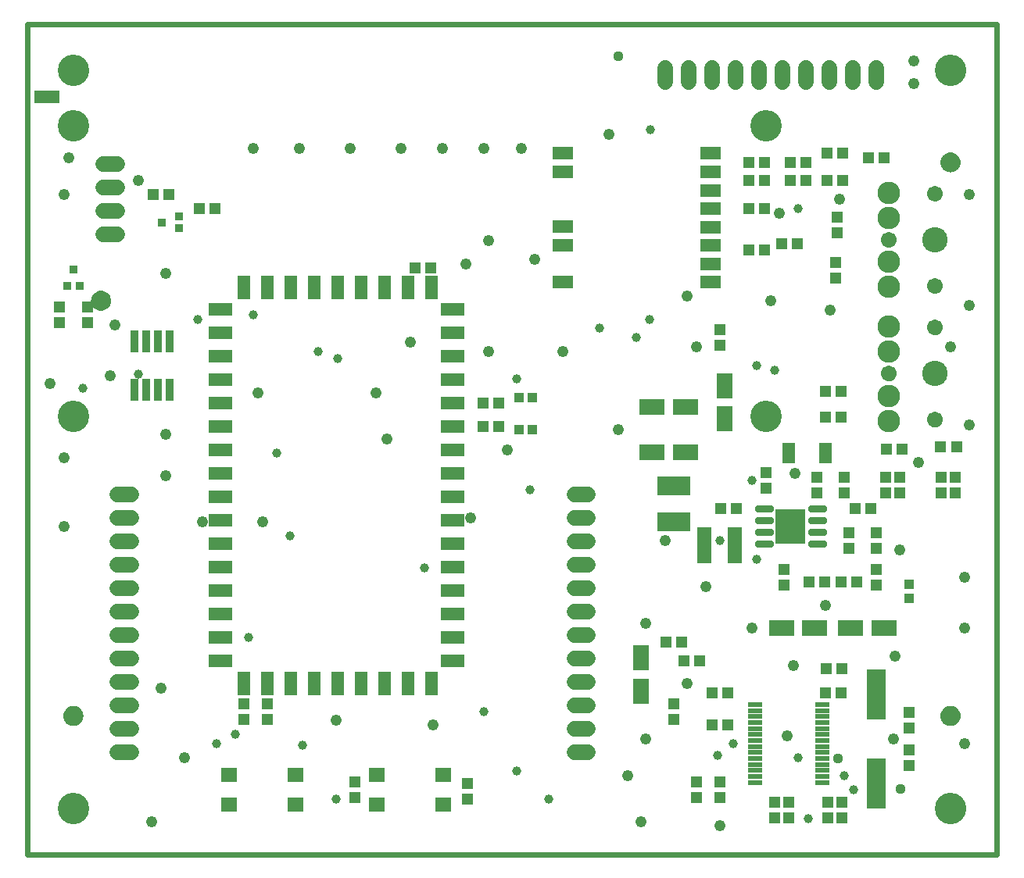
<source format=gts>
G75*
%MOIN*%
%OFA0B0*%
%FSLAX25Y25*%
%IPPOS*%
%LPD*%
%AMOC8*
5,1,8,0,0,1.08239X$1,22.5*
%
%ADD10C,0.02400*%
%ADD11C,0.00000*%
%ADD12C,0.13398*%
%ADD13R,0.09855X0.05524*%
%ADD14R,0.05524X0.09855*%
%ADD15R,0.06300X0.02170*%
%ADD16R,0.04737X0.05131*%
%ADD17R,0.08400X0.21800*%
%ADD18R,0.10800X0.05800*%
%ADD19R,0.05131X0.04737*%
%ADD20R,0.07099X0.11036*%
%ADD21R,0.03556X0.03556*%
%ADD22R,0.03950X0.03950*%
%ADD23C,0.02496*%
%ADD24R,0.12600X0.14600*%
%ADD25R,0.14186X0.08280*%
%ADD26R,0.05918X0.15367*%
%ADD27R,0.11036X0.07099*%
%ADD28C,0.06737*%
%ADD29R,0.07099X0.06312*%
%ADD30C,0.00500*%
%ADD31R,0.03200X0.09500*%
%ADD32C,0.10800*%
%ADD33C,0.09658*%
%ADD34C,0.06706*%
%ADD35R,0.08674X0.05800*%
%ADD36R,0.05800X0.09068*%
%ADD37C,0.03900*%
%ADD38C,0.04762*%
%ADD39C,0.04369*%
D10*
X0002200Y0020744D02*
X0415586Y0020744D01*
X0415586Y0375075D01*
X0002200Y0375075D01*
X0002200Y0020744D01*
D11*
X0015586Y0040429D02*
X0015588Y0040587D01*
X0015594Y0040745D01*
X0015604Y0040903D01*
X0015618Y0041061D01*
X0015636Y0041218D01*
X0015657Y0041375D01*
X0015683Y0041531D01*
X0015713Y0041687D01*
X0015746Y0041842D01*
X0015784Y0041995D01*
X0015825Y0042148D01*
X0015870Y0042300D01*
X0015919Y0042451D01*
X0015972Y0042600D01*
X0016028Y0042748D01*
X0016088Y0042894D01*
X0016152Y0043039D01*
X0016220Y0043182D01*
X0016291Y0043324D01*
X0016365Y0043464D01*
X0016443Y0043601D01*
X0016525Y0043737D01*
X0016609Y0043871D01*
X0016698Y0044002D01*
X0016789Y0044131D01*
X0016884Y0044258D01*
X0016981Y0044383D01*
X0017082Y0044505D01*
X0017186Y0044624D01*
X0017293Y0044741D01*
X0017403Y0044855D01*
X0017516Y0044966D01*
X0017631Y0045075D01*
X0017749Y0045180D01*
X0017870Y0045282D01*
X0017993Y0045382D01*
X0018119Y0045478D01*
X0018247Y0045571D01*
X0018377Y0045661D01*
X0018510Y0045747D01*
X0018645Y0045831D01*
X0018781Y0045910D01*
X0018920Y0045987D01*
X0019061Y0046059D01*
X0019203Y0046129D01*
X0019347Y0046194D01*
X0019493Y0046256D01*
X0019640Y0046314D01*
X0019789Y0046369D01*
X0019939Y0046420D01*
X0020090Y0046467D01*
X0020242Y0046510D01*
X0020395Y0046549D01*
X0020550Y0046585D01*
X0020705Y0046616D01*
X0020861Y0046644D01*
X0021017Y0046668D01*
X0021174Y0046688D01*
X0021332Y0046704D01*
X0021489Y0046716D01*
X0021648Y0046724D01*
X0021806Y0046728D01*
X0021964Y0046728D01*
X0022122Y0046724D01*
X0022281Y0046716D01*
X0022438Y0046704D01*
X0022596Y0046688D01*
X0022753Y0046668D01*
X0022909Y0046644D01*
X0023065Y0046616D01*
X0023220Y0046585D01*
X0023375Y0046549D01*
X0023528Y0046510D01*
X0023680Y0046467D01*
X0023831Y0046420D01*
X0023981Y0046369D01*
X0024130Y0046314D01*
X0024277Y0046256D01*
X0024423Y0046194D01*
X0024567Y0046129D01*
X0024709Y0046059D01*
X0024850Y0045987D01*
X0024989Y0045910D01*
X0025125Y0045831D01*
X0025260Y0045747D01*
X0025393Y0045661D01*
X0025523Y0045571D01*
X0025651Y0045478D01*
X0025777Y0045382D01*
X0025900Y0045282D01*
X0026021Y0045180D01*
X0026139Y0045075D01*
X0026254Y0044966D01*
X0026367Y0044855D01*
X0026477Y0044741D01*
X0026584Y0044624D01*
X0026688Y0044505D01*
X0026789Y0044383D01*
X0026886Y0044258D01*
X0026981Y0044131D01*
X0027072Y0044002D01*
X0027161Y0043871D01*
X0027245Y0043737D01*
X0027327Y0043601D01*
X0027405Y0043464D01*
X0027479Y0043324D01*
X0027550Y0043182D01*
X0027618Y0043039D01*
X0027682Y0042894D01*
X0027742Y0042748D01*
X0027798Y0042600D01*
X0027851Y0042451D01*
X0027900Y0042300D01*
X0027945Y0042148D01*
X0027986Y0041995D01*
X0028024Y0041842D01*
X0028057Y0041687D01*
X0028087Y0041531D01*
X0028113Y0041375D01*
X0028134Y0041218D01*
X0028152Y0041061D01*
X0028166Y0040903D01*
X0028176Y0040745D01*
X0028182Y0040587D01*
X0028184Y0040429D01*
X0028182Y0040271D01*
X0028176Y0040113D01*
X0028166Y0039955D01*
X0028152Y0039797D01*
X0028134Y0039640D01*
X0028113Y0039483D01*
X0028087Y0039327D01*
X0028057Y0039171D01*
X0028024Y0039016D01*
X0027986Y0038863D01*
X0027945Y0038710D01*
X0027900Y0038558D01*
X0027851Y0038407D01*
X0027798Y0038258D01*
X0027742Y0038110D01*
X0027682Y0037964D01*
X0027618Y0037819D01*
X0027550Y0037676D01*
X0027479Y0037534D01*
X0027405Y0037394D01*
X0027327Y0037257D01*
X0027245Y0037121D01*
X0027161Y0036987D01*
X0027072Y0036856D01*
X0026981Y0036727D01*
X0026886Y0036600D01*
X0026789Y0036475D01*
X0026688Y0036353D01*
X0026584Y0036234D01*
X0026477Y0036117D01*
X0026367Y0036003D01*
X0026254Y0035892D01*
X0026139Y0035783D01*
X0026021Y0035678D01*
X0025900Y0035576D01*
X0025777Y0035476D01*
X0025651Y0035380D01*
X0025523Y0035287D01*
X0025393Y0035197D01*
X0025260Y0035111D01*
X0025125Y0035027D01*
X0024989Y0034948D01*
X0024850Y0034871D01*
X0024709Y0034799D01*
X0024567Y0034729D01*
X0024423Y0034664D01*
X0024277Y0034602D01*
X0024130Y0034544D01*
X0023981Y0034489D01*
X0023831Y0034438D01*
X0023680Y0034391D01*
X0023528Y0034348D01*
X0023375Y0034309D01*
X0023220Y0034273D01*
X0023065Y0034242D01*
X0022909Y0034214D01*
X0022753Y0034190D01*
X0022596Y0034170D01*
X0022438Y0034154D01*
X0022281Y0034142D01*
X0022122Y0034134D01*
X0021964Y0034130D01*
X0021806Y0034130D01*
X0021648Y0034134D01*
X0021489Y0034142D01*
X0021332Y0034154D01*
X0021174Y0034170D01*
X0021017Y0034190D01*
X0020861Y0034214D01*
X0020705Y0034242D01*
X0020550Y0034273D01*
X0020395Y0034309D01*
X0020242Y0034348D01*
X0020090Y0034391D01*
X0019939Y0034438D01*
X0019789Y0034489D01*
X0019640Y0034544D01*
X0019493Y0034602D01*
X0019347Y0034664D01*
X0019203Y0034729D01*
X0019061Y0034799D01*
X0018920Y0034871D01*
X0018781Y0034948D01*
X0018645Y0035027D01*
X0018510Y0035111D01*
X0018377Y0035197D01*
X0018247Y0035287D01*
X0018119Y0035380D01*
X0017993Y0035476D01*
X0017870Y0035576D01*
X0017749Y0035678D01*
X0017631Y0035783D01*
X0017516Y0035892D01*
X0017403Y0036003D01*
X0017293Y0036117D01*
X0017186Y0036234D01*
X0017082Y0036353D01*
X0016981Y0036475D01*
X0016884Y0036600D01*
X0016789Y0036727D01*
X0016698Y0036856D01*
X0016609Y0036987D01*
X0016525Y0037121D01*
X0016443Y0037257D01*
X0016365Y0037394D01*
X0016291Y0037534D01*
X0016220Y0037676D01*
X0016152Y0037819D01*
X0016088Y0037964D01*
X0016028Y0038110D01*
X0015972Y0038258D01*
X0015919Y0038407D01*
X0015870Y0038558D01*
X0015825Y0038710D01*
X0015784Y0038863D01*
X0015746Y0039016D01*
X0015713Y0039171D01*
X0015683Y0039327D01*
X0015657Y0039483D01*
X0015636Y0039640D01*
X0015618Y0039797D01*
X0015604Y0039955D01*
X0015594Y0040113D01*
X0015588Y0040271D01*
X0015586Y0040429D01*
X0015586Y0207752D02*
X0015588Y0207910D01*
X0015594Y0208068D01*
X0015604Y0208226D01*
X0015618Y0208384D01*
X0015636Y0208541D01*
X0015657Y0208698D01*
X0015683Y0208854D01*
X0015713Y0209010D01*
X0015746Y0209165D01*
X0015784Y0209318D01*
X0015825Y0209471D01*
X0015870Y0209623D01*
X0015919Y0209774D01*
X0015972Y0209923D01*
X0016028Y0210071D01*
X0016088Y0210217D01*
X0016152Y0210362D01*
X0016220Y0210505D01*
X0016291Y0210647D01*
X0016365Y0210787D01*
X0016443Y0210924D01*
X0016525Y0211060D01*
X0016609Y0211194D01*
X0016698Y0211325D01*
X0016789Y0211454D01*
X0016884Y0211581D01*
X0016981Y0211706D01*
X0017082Y0211828D01*
X0017186Y0211947D01*
X0017293Y0212064D01*
X0017403Y0212178D01*
X0017516Y0212289D01*
X0017631Y0212398D01*
X0017749Y0212503D01*
X0017870Y0212605D01*
X0017993Y0212705D01*
X0018119Y0212801D01*
X0018247Y0212894D01*
X0018377Y0212984D01*
X0018510Y0213070D01*
X0018645Y0213154D01*
X0018781Y0213233D01*
X0018920Y0213310D01*
X0019061Y0213382D01*
X0019203Y0213452D01*
X0019347Y0213517D01*
X0019493Y0213579D01*
X0019640Y0213637D01*
X0019789Y0213692D01*
X0019939Y0213743D01*
X0020090Y0213790D01*
X0020242Y0213833D01*
X0020395Y0213872D01*
X0020550Y0213908D01*
X0020705Y0213939D01*
X0020861Y0213967D01*
X0021017Y0213991D01*
X0021174Y0214011D01*
X0021332Y0214027D01*
X0021489Y0214039D01*
X0021648Y0214047D01*
X0021806Y0214051D01*
X0021964Y0214051D01*
X0022122Y0214047D01*
X0022281Y0214039D01*
X0022438Y0214027D01*
X0022596Y0214011D01*
X0022753Y0213991D01*
X0022909Y0213967D01*
X0023065Y0213939D01*
X0023220Y0213908D01*
X0023375Y0213872D01*
X0023528Y0213833D01*
X0023680Y0213790D01*
X0023831Y0213743D01*
X0023981Y0213692D01*
X0024130Y0213637D01*
X0024277Y0213579D01*
X0024423Y0213517D01*
X0024567Y0213452D01*
X0024709Y0213382D01*
X0024850Y0213310D01*
X0024989Y0213233D01*
X0025125Y0213154D01*
X0025260Y0213070D01*
X0025393Y0212984D01*
X0025523Y0212894D01*
X0025651Y0212801D01*
X0025777Y0212705D01*
X0025900Y0212605D01*
X0026021Y0212503D01*
X0026139Y0212398D01*
X0026254Y0212289D01*
X0026367Y0212178D01*
X0026477Y0212064D01*
X0026584Y0211947D01*
X0026688Y0211828D01*
X0026789Y0211706D01*
X0026886Y0211581D01*
X0026981Y0211454D01*
X0027072Y0211325D01*
X0027161Y0211194D01*
X0027245Y0211060D01*
X0027327Y0210924D01*
X0027405Y0210787D01*
X0027479Y0210647D01*
X0027550Y0210505D01*
X0027618Y0210362D01*
X0027682Y0210217D01*
X0027742Y0210071D01*
X0027798Y0209923D01*
X0027851Y0209774D01*
X0027900Y0209623D01*
X0027945Y0209471D01*
X0027986Y0209318D01*
X0028024Y0209165D01*
X0028057Y0209010D01*
X0028087Y0208854D01*
X0028113Y0208698D01*
X0028134Y0208541D01*
X0028152Y0208384D01*
X0028166Y0208226D01*
X0028176Y0208068D01*
X0028182Y0207910D01*
X0028184Y0207752D01*
X0028182Y0207594D01*
X0028176Y0207436D01*
X0028166Y0207278D01*
X0028152Y0207120D01*
X0028134Y0206963D01*
X0028113Y0206806D01*
X0028087Y0206650D01*
X0028057Y0206494D01*
X0028024Y0206339D01*
X0027986Y0206186D01*
X0027945Y0206033D01*
X0027900Y0205881D01*
X0027851Y0205730D01*
X0027798Y0205581D01*
X0027742Y0205433D01*
X0027682Y0205287D01*
X0027618Y0205142D01*
X0027550Y0204999D01*
X0027479Y0204857D01*
X0027405Y0204717D01*
X0027327Y0204580D01*
X0027245Y0204444D01*
X0027161Y0204310D01*
X0027072Y0204179D01*
X0026981Y0204050D01*
X0026886Y0203923D01*
X0026789Y0203798D01*
X0026688Y0203676D01*
X0026584Y0203557D01*
X0026477Y0203440D01*
X0026367Y0203326D01*
X0026254Y0203215D01*
X0026139Y0203106D01*
X0026021Y0203001D01*
X0025900Y0202899D01*
X0025777Y0202799D01*
X0025651Y0202703D01*
X0025523Y0202610D01*
X0025393Y0202520D01*
X0025260Y0202434D01*
X0025125Y0202350D01*
X0024989Y0202271D01*
X0024850Y0202194D01*
X0024709Y0202122D01*
X0024567Y0202052D01*
X0024423Y0201987D01*
X0024277Y0201925D01*
X0024130Y0201867D01*
X0023981Y0201812D01*
X0023831Y0201761D01*
X0023680Y0201714D01*
X0023528Y0201671D01*
X0023375Y0201632D01*
X0023220Y0201596D01*
X0023065Y0201565D01*
X0022909Y0201537D01*
X0022753Y0201513D01*
X0022596Y0201493D01*
X0022438Y0201477D01*
X0022281Y0201465D01*
X0022122Y0201457D01*
X0021964Y0201453D01*
X0021806Y0201453D01*
X0021648Y0201457D01*
X0021489Y0201465D01*
X0021332Y0201477D01*
X0021174Y0201493D01*
X0021017Y0201513D01*
X0020861Y0201537D01*
X0020705Y0201565D01*
X0020550Y0201596D01*
X0020395Y0201632D01*
X0020242Y0201671D01*
X0020090Y0201714D01*
X0019939Y0201761D01*
X0019789Y0201812D01*
X0019640Y0201867D01*
X0019493Y0201925D01*
X0019347Y0201987D01*
X0019203Y0202052D01*
X0019061Y0202122D01*
X0018920Y0202194D01*
X0018781Y0202271D01*
X0018645Y0202350D01*
X0018510Y0202434D01*
X0018377Y0202520D01*
X0018247Y0202610D01*
X0018119Y0202703D01*
X0017993Y0202799D01*
X0017870Y0202899D01*
X0017749Y0203001D01*
X0017631Y0203106D01*
X0017516Y0203215D01*
X0017403Y0203326D01*
X0017293Y0203440D01*
X0017186Y0203557D01*
X0017082Y0203676D01*
X0016981Y0203798D01*
X0016884Y0203923D01*
X0016789Y0204050D01*
X0016698Y0204179D01*
X0016609Y0204310D01*
X0016525Y0204444D01*
X0016443Y0204580D01*
X0016365Y0204717D01*
X0016291Y0204857D01*
X0016220Y0204999D01*
X0016152Y0205142D01*
X0016088Y0205287D01*
X0016028Y0205433D01*
X0015972Y0205581D01*
X0015919Y0205730D01*
X0015870Y0205881D01*
X0015825Y0206033D01*
X0015784Y0206186D01*
X0015746Y0206339D01*
X0015713Y0206494D01*
X0015683Y0206650D01*
X0015657Y0206806D01*
X0015636Y0206963D01*
X0015618Y0207120D01*
X0015604Y0207278D01*
X0015594Y0207436D01*
X0015588Y0207594D01*
X0015586Y0207752D01*
X0015586Y0331768D02*
X0015588Y0331926D01*
X0015594Y0332084D01*
X0015604Y0332242D01*
X0015618Y0332400D01*
X0015636Y0332557D01*
X0015657Y0332714D01*
X0015683Y0332870D01*
X0015713Y0333026D01*
X0015746Y0333181D01*
X0015784Y0333334D01*
X0015825Y0333487D01*
X0015870Y0333639D01*
X0015919Y0333790D01*
X0015972Y0333939D01*
X0016028Y0334087D01*
X0016088Y0334233D01*
X0016152Y0334378D01*
X0016220Y0334521D01*
X0016291Y0334663D01*
X0016365Y0334803D01*
X0016443Y0334940D01*
X0016525Y0335076D01*
X0016609Y0335210D01*
X0016698Y0335341D01*
X0016789Y0335470D01*
X0016884Y0335597D01*
X0016981Y0335722D01*
X0017082Y0335844D01*
X0017186Y0335963D01*
X0017293Y0336080D01*
X0017403Y0336194D01*
X0017516Y0336305D01*
X0017631Y0336414D01*
X0017749Y0336519D01*
X0017870Y0336621D01*
X0017993Y0336721D01*
X0018119Y0336817D01*
X0018247Y0336910D01*
X0018377Y0337000D01*
X0018510Y0337086D01*
X0018645Y0337170D01*
X0018781Y0337249D01*
X0018920Y0337326D01*
X0019061Y0337398D01*
X0019203Y0337468D01*
X0019347Y0337533D01*
X0019493Y0337595D01*
X0019640Y0337653D01*
X0019789Y0337708D01*
X0019939Y0337759D01*
X0020090Y0337806D01*
X0020242Y0337849D01*
X0020395Y0337888D01*
X0020550Y0337924D01*
X0020705Y0337955D01*
X0020861Y0337983D01*
X0021017Y0338007D01*
X0021174Y0338027D01*
X0021332Y0338043D01*
X0021489Y0338055D01*
X0021648Y0338063D01*
X0021806Y0338067D01*
X0021964Y0338067D01*
X0022122Y0338063D01*
X0022281Y0338055D01*
X0022438Y0338043D01*
X0022596Y0338027D01*
X0022753Y0338007D01*
X0022909Y0337983D01*
X0023065Y0337955D01*
X0023220Y0337924D01*
X0023375Y0337888D01*
X0023528Y0337849D01*
X0023680Y0337806D01*
X0023831Y0337759D01*
X0023981Y0337708D01*
X0024130Y0337653D01*
X0024277Y0337595D01*
X0024423Y0337533D01*
X0024567Y0337468D01*
X0024709Y0337398D01*
X0024850Y0337326D01*
X0024989Y0337249D01*
X0025125Y0337170D01*
X0025260Y0337086D01*
X0025393Y0337000D01*
X0025523Y0336910D01*
X0025651Y0336817D01*
X0025777Y0336721D01*
X0025900Y0336621D01*
X0026021Y0336519D01*
X0026139Y0336414D01*
X0026254Y0336305D01*
X0026367Y0336194D01*
X0026477Y0336080D01*
X0026584Y0335963D01*
X0026688Y0335844D01*
X0026789Y0335722D01*
X0026886Y0335597D01*
X0026981Y0335470D01*
X0027072Y0335341D01*
X0027161Y0335210D01*
X0027245Y0335076D01*
X0027327Y0334940D01*
X0027405Y0334803D01*
X0027479Y0334663D01*
X0027550Y0334521D01*
X0027618Y0334378D01*
X0027682Y0334233D01*
X0027742Y0334087D01*
X0027798Y0333939D01*
X0027851Y0333790D01*
X0027900Y0333639D01*
X0027945Y0333487D01*
X0027986Y0333334D01*
X0028024Y0333181D01*
X0028057Y0333026D01*
X0028087Y0332870D01*
X0028113Y0332714D01*
X0028134Y0332557D01*
X0028152Y0332400D01*
X0028166Y0332242D01*
X0028176Y0332084D01*
X0028182Y0331926D01*
X0028184Y0331768D01*
X0028182Y0331610D01*
X0028176Y0331452D01*
X0028166Y0331294D01*
X0028152Y0331136D01*
X0028134Y0330979D01*
X0028113Y0330822D01*
X0028087Y0330666D01*
X0028057Y0330510D01*
X0028024Y0330355D01*
X0027986Y0330202D01*
X0027945Y0330049D01*
X0027900Y0329897D01*
X0027851Y0329746D01*
X0027798Y0329597D01*
X0027742Y0329449D01*
X0027682Y0329303D01*
X0027618Y0329158D01*
X0027550Y0329015D01*
X0027479Y0328873D01*
X0027405Y0328733D01*
X0027327Y0328596D01*
X0027245Y0328460D01*
X0027161Y0328326D01*
X0027072Y0328195D01*
X0026981Y0328066D01*
X0026886Y0327939D01*
X0026789Y0327814D01*
X0026688Y0327692D01*
X0026584Y0327573D01*
X0026477Y0327456D01*
X0026367Y0327342D01*
X0026254Y0327231D01*
X0026139Y0327122D01*
X0026021Y0327017D01*
X0025900Y0326915D01*
X0025777Y0326815D01*
X0025651Y0326719D01*
X0025523Y0326626D01*
X0025393Y0326536D01*
X0025260Y0326450D01*
X0025125Y0326366D01*
X0024989Y0326287D01*
X0024850Y0326210D01*
X0024709Y0326138D01*
X0024567Y0326068D01*
X0024423Y0326003D01*
X0024277Y0325941D01*
X0024130Y0325883D01*
X0023981Y0325828D01*
X0023831Y0325777D01*
X0023680Y0325730D01*
X0023528Y0325687D01*
X0023375Y0325648D01*
X0023220Y0325612D01*
X0023065Y0325581D01*
X0022909Y0325553D01*
X0022753Y0325529D01*
X0022596Y0325509D01*
X0022438Y0325493D01*
X0022281Y0325481D01*
X0022122Y0325473D01*
X0021964Y0325469D01*
X0021806Y0325469D01*
X0021648Y0325473D01*
X0021489Y0325481D01*
X0021332Y0325493D01*
X0021174Y0325509D01*
X0021017Y0325529D01*
X0020861Y0325553D01*
X0020705Y0325581D01*
X0020550Y0325612D01*
X0020395Y0325648D01*
X0020242Y0325687D01*
X0020090Y0325730D01*
X0019939Y0325777D01*
X0019789Y0325828D01*
X0019640Y0325883D01*
X0019493Y0325941D01*
X0019347Y0326003D01*
X0019203Y0326068D01*
X0019061Y0326138D01*
X0018920Y0326210D01*
X0018781Y0326287D01*
X0018645Y0326366D01*
X0018510Y0326450D01*
X0018377Y0326536D01*
X0018247Y0326626D01*
X0018119Y0326719D01*
X0017993Y0326815D01*
X0017870Y0326915D01*
X0017749Y0327017D01*
X0017631Y0327122D01*
X0017516Y0327231D01*
X0017403Y0327342D01*
X0017293Y0327456D01*
X0017186Y0327573D01*
X0017082Y0327692D01*
X0016981Y0327814D01*
X0016884Y0327939D01*
X0016789Y0328066D01*
X0016698Y0328195D01*
X0016609Y0328326D01*
X0016525Y0328460D01*
X0016443Y0328596D01*
X0016365Y0328733D01*
X0016291Y0328873D01*
X0016220Y0329015D01*
X0016152Y0329158D01*
X0016088Y0329303D01*
X0016028Y0329449D01*
X0015972Y0329597D01*
X0015919Y0329746D01*
X0015870Y0329897D01*
X0015825Y0330049D01*
X0015784Y0330202D01*
X0015746Y0330355D01*
X0015713Y0330510D01*
X0015683Y0330666D01*
X0015657Y0330822D01*
X0015636Y0330979D01*
X0015618Y0331136D01*
X0015604Y0331294D01*
X0015594Y0331452D01*
X0015588Y0331610D01*
X0015586Y0331768D01*
X0015586Y0355390D02*
X0015588Y0355548D01*
X0015594Y0355706D01*
X0015604Y0355864D01*
X0015618Y0356022D01*
X0015636Y0356179D01*
X0015657Y0356336D01*
X0015683Y0356492D01*
X0015713Y0356648D01*
X0015746Y0356803D01*
X0015784Y0356956D01*
X0015825Y0357109D01*
X0015870Y0357261D01*
X0015919Y0357412D01*
X0015972Y0357561D01*
X0016028Y0357709D01*
X0016088Y0357855D01*
X0016152Y0358000D01*
X0016220Y0358143D01*
X0016291Y0358285D01*
X0016365Y0358425D01*
X0016443Y0358562D01*
X0016525Y0358698D01*
X0016609Y0358832D01*
X0016698Y0358963D01*
X0016789Y0359092D01*
X0016884Y0359219D01*
X0016981Y0359344D01*
X0017082Y0359466D01*
X0017186Y0359585D01*
X0017293Y0359702D01*
X0017403Y0359816D01*
X0017516Y0359927D01*
X0017631Y0360036D01*
X0017749Y0360141D01*
X0017870Y0360243D01*
X0017993Y0360343D01*
X0018119Y0360439D01*
X0018247Y0360532D01*
X0018377Y0360622D01*
X0018510Y0360708D01*
X0018645Y0360792D01*
X0018781Y0360871D01*
X0018920Y0360948D01*
X0019061Y0361020D01*
X0019203Y0361090D01*
X0019347Y0361155D01*
X0019493Y0361217D01*
X0019640Y0361275D01*
X0019789Y0361330D01*
X0019939Y0361381D01*
X0020090Y0361428D01*
X0020242Y0361471D01*
X0020395Y0361510D01*
X0020550Y0361546D01*
X0020705Y0361577D01*
X0020861Y0361605D01*
X0021017Y0361629D01*
X0021174Y0361649D01*
X0021332Y0361665D01*
X0021489Y0361677D01*
X0021648Y0361685D01*
X0021806Y0361689D01*
X0021964Y0361689D01*
X0022122Y0361685D01*
X0022281Y0361677D01*
X0022438Y0361665D01*
X0022596Y0361649D01*
X0022753Y0361629D01*
X0022909Y0361605D01*
X0023065Y0361577D01*
X0023220Y0361546D01*
X0023375Y0361510D01*
X0023528Y0361471D01*
X0023680Y0361428D01*
X0023831Y0361381D01*
X0023981Y0361330D01*
X0024130Y0361275D01*
X0024277Y0361217D01*
X0024423Y0361155D01*
X0024567Y0361090D01*
X0024709Y0361020D01*
X0024850Y0360948D01*
X0024989Y0360871D01*
X0025125Y0360792D01*
X0025260Y0360708D01*
X0025393Y0360622D01*
X0025523Y0360532D01*
X0025651Y0360439D01*
X0025777Y0360343D01*
X0025900Y0360243D01*
X0026021Y0360141D01*
X0026139Y0360036D01*
X0026254Y0359927D01*
X0026367Y0359816D01*
X0026477Y0359702D01*
X0026584Y0359585D01*
X0026688Y0359466D01*
X0026789Y0359344D01*
X0026886Y0359219D01*
X0026981Y0359092D01*
X0027072Y0358963D01*
X0027161Y0358832D01*
X0027245Y0358698D01*
X0027327Y0358562D01*
X0027405Y0358425D01*
X0027479Y0358285D01*
X0027550Y0358143D01*
X0027618Y0358000D01*
X0027682Y0357855D01*
X0027742Y0357709D01*
X0027798Y0357561D01*
X0027851Y0357412D01*
X0027900Y0357261D01*
X0027945Y0357109D01*
X0027986Y0356956D01*
X0028024Y0356803D01*
X0028057Y0356648D01*
X0028087Y0356492D01*
X0028113Y0356336D01*
X0028134Y0356179D01*
X0028152Y0356022D01*
X0028166Y0355864D01*
X0028176Y0355706D01*
X0028182Y0355548D01*
X0028184Y0355390D01*
X0028182Y0355232D01*
X0028176Y0355074D01*
X0028166Y0354916D01*
X0028152Y0354758D01*
X0028134Y0354601D01*
X0028113Y0354444D01*
X0028087Y0354288D01*
X0028057Y0354132D01*
X0028024Y0353977D01*
X0027986Y0353824D01*
X0027945Y0353671D01*
X0027900Y0353519D01*
X0027851Y0353368D01*
X0027798Y0353219D01*
X0027742Y0353071D01*
X0027682Y0352925D01*
X0027618Y0352780D01*
X0027550Y0352637D01*
X0027479Y0352495D01*
X0027405Y0352355D01*
X0027327Y0352218D01*
X0027245Y0352082D01*
X0027161Y0351948D01*
X0027072Y0351817D01*
X0026981Y0351688D01*
X0026886Y0351561D01*
X0026789Y0351436D01*
X0026688Y0351314D01*
X0026584Y0351195D01*
X0026477Y0351078D01*
X0026367Y0350964D01*
X0026254Y0350853D01*
X0026139Y0350744D01*
X0026021Y0350639D01*
X0025900Y0350537D01*
X0025777Y0350437D01*
X0025651Y0350341D01*
X0025523Y0350248D01*
X0025393Y0350158D01*
X0025260Y0350072D01*
X0025125Y0349988D01*
X0024989Y0349909D01*
X0024850Y0349832D01*
X0024709Y0349760D01*
X0024567Y0349690D01*
X0024423Y0349625D01*
X0024277Y0349563D01*
X0024130Y0349505D01*
X0023981Y0349450D01*
X0023831Y0349399D01*
X0023680Y0349352D01*
X0023528Y0349309D01*
X0023375Y0349270D01*
X0023220Y0349234D01*
X0023065Y0349203D01*
X0022909Y0349175D01*
X0022753Y0349151D01*
X0022596Y0349131D01*
X0022438Y0349115D01*
X0022281Y0349103D01*
X0022122Y0349095D01*
X0021964Y0349091D01*
X0021806Y0349091D01*
X0021648Y0349095D01*
X0021489Y0349103D01*
X0021332Y0349115D01*
X0021174Y0349131D01*
X0021017Y0349151D01*
X0020861Y0349175D01*
X0020705Y0349203D01*
X0020550Y0349234D01*
X0020395Y0349270D01*
X0020242Y0349309D01*
X0020090Y0349352D01*
X0019939Y0349399D01*
X0019789Y0349450D01*
X0019640Y0349505D01*
X0019493Y0349563D01*
X0019347Y0349625D01*
X0019203Y0349690D01*
X0019061Y0349760D01*
X0018920Y0349832D01*
X0018781Y0349909D01*
X0018645Y0349988D01*
X0018510Y0350072D01*
X0018377Y0350158D01*
X0018247Y0350248D01*
X0018119Y0350341D01*
X0017993Y0350437D01*
X0017870Y0350537D01*
X0017749Y0350639D01*
X0017631Y0350744D01*
X0017516Y0350853D01*
X0017403Y0350964D01*
X0017293Y0351078D01*
X0017186Y0351195D01*
X0017082Y0351314D01*
X0016981Y0351436D01*
X0016884Y0351561D01*
X0016789Y0351688D01*
X0016698Y0351817D01*
X0016609Y0351948D01*
X0016525Y0352082D01*
X0016443Y0352218D01*
X0016365Y0352355D01*
X0016291Y0352495D01*
X0016220Y0352637D01*
X0016152Y0352780D01*
X0016088Y0352925D01*
X0016028Y0353071D01*
X0015972Y0353219D01*
X0015919Y0353368D01*
X0015870Y0353519D01*
X0015825Y0353671D01*
X0015784Y0353824D01*
X0015746Y0353977D01*
X0015713Y0354132D01*
X0015683Y0354288D01*
X0015657Y0354444D01*
X0015636Y0354601D01*
X0015618Y0354758D01*
X0015604Y0354916D01*
X0015594Y0355074D01*
X0015588Y0355232D01*
X0015586Y0355390D01*
X0310862Y0331768D02*
X0310864Y0331926D01*
X0310870Y0332084D01*
X0310880Y0332242D01*
X0310894Y0332400D01*
X0310912Y0332557D01*
X0310933Y0332714D01*
X0310959Y0332870D01*
X0310989Y0333026D01*
X0311022Y0333181D01*
X0311060Y0333334D01*
X0311101Y0333487D01*
X0311146Y0333639D01*
X0311195Y0333790D01*
X0311248Y0333939D01*
X0311304Y0334087D01*
X0311364Y0334233D01*
X0311428Y0334378D01*
X0311496Y0334521D01*
X0311567Y0334663D01*
X0311641Y0334803D01*
X0311719Y0334940D01*
X0311801Y0335076D01*
X0311885Y0335210D01*
X0311974Y0335341D01*
X0312065Y0335470D01*
X0312160Y0335597D01*
X0312257Y0335722D01*
X0312358Y0335844D01*
X0312462Y0335963D01*
X0312569Y0336080D01*
X0312679Y0336194D01*
X0312792Y0336305D01*
X0312907Y0336414D01*
X0313025Y0336519D01*
X0313146Y0336621D01*
X0313269Y0336721D01*
X0313395Y0336817D01*
X0313523Y0336910D01*
X0313653Y0337000D01*
X0313786Y0337086D01*
X0313921Y0337170D01*
X0314057Y0337249D01*
X0314196Y0337326D01*
X0314337Y0337398D01*
X0314479Y0337468D01*
X0314623Y0337533D01*
X0314769Y0337595D01*
X0314916Y0337653D01*
X0315065Y0337708D01*
X0315215Y0337759D01*
X0315366Y0337806D01*
X0315518Y0337849D01*
X0315671Y0337888D01*
X0315826Y0337924D01*
X0315981Y0337955D01*
X0316137Y0337983D01*
X0316293Y0338007D01*
X0316450Y0338027D01*
X0316608Y0338043D01*
X0316765Y0338055D01*
X0316924Y0338063D01*
X0317082Y0338067D01*
X0317240Y0338067D01*
X0317398Y0338063D01*
X0317557Y0338055D01*
X0317714Y0338043D01*
X0317872Y0338027D01*
X0318029Y0338007D01*
X0318185Y0337983D01*
X0318341Y0337955D01*
X0318496Y0337924D01*
X0318651Y0337888D01*
X0318804Y0337849D01*
X0318956Y0337806D01*
X0319107Y0337759D01*
X0319257Y0337708D01*
X0319406Y0337653D01*
X0319553Y0337595D01*
X0319699Y0337533D01*
X0319843Y0337468D01*
X0319985Y0337398D01*
X0320126Y0337326D01*
X0320265Y0337249D01*
X0320401Y0337170D01*
X0320536Y0337086D01*
X0320669Y0337000D01*
X0320799Y0336910D01*
X0320927Y0336817D01*
X0321053Y0336721D01*
X0321176Y0336621D01*
X0321297Y0336519D01*
X0321415Y0336414D01*
X0321530Y0336305D01*
X0321643Y0336194D01*
X0321753Y0336080D01*
X0321860Y0335963D01*
X0321964Y0335844D01*
X0322065Y0335722D01*
X0322162Y0335597D01*
X0322257Y0335470D01*
X0322348Y0335341D01*
X0322437Y0335210D01*
X0322521Y0335076D01*
X0322603Y0334940D01*
X0322681Y0334803D01*
X0322755Y0334663D01*
X0322826Y0334521D01*
X0322894Y0334378D01*
X0322958Y0334233D01*
X0323018Y0334087D01*
X0323074Y0333939D01*
X0323127Y0333790D01*
X0323176Y0333639D01*
X0323221Y0333487D01*
X0323262Y0333334D01*
X0323300Y0333181D01*
X0323333Y0333026D01*
X0323363Y0332870D01*
X0323389Y0332714D01*
X0323410Y0332557D01*
X0323428Y0332400D01*
X0323442Y0332242D01*
X0323452Y0332084D01*
X0323458Y0331926D01*
X0323460Y0331768D01*
X0323458Y0331610D01*
X0323452Y0331452D01*
X0323442Y0331294D01*
X0323428Y0331136D01*
X0323410Y0330979D01*
X0323389Y0330822D01*
X0323363Y0330666D01*
X0323333Y0330510D01*
X0323300Y0330355D01*
X0323262Y0330202D01*
X0323221Y0330049D01*
X0323176Y0329897D01*
X0323127Y0329746D01*
X0323074Y0329597D01*
X0323018Y0329449D01*
X0322958Y0329303D01*
X0322894Y0329158D01*
X0322826Y0329015D01*
X0322755Y0328873D01*
X0322681Y0328733D01*
X0322603Y0328596D01*
X0322521Y0328460D01*
X0322437Y0328326D01*
X0322348Y0328195D01*
X0322257Y0328066D01*
X0322162Y0327939D01*
X0322065Y0327814D01*
X0321964Y0327692D01*
X0321860Y0327573D01*
X0321753Y0327456D01*
X0321643Y0327342D01*
X0321530Y0327231D01*
X0321415Y0327122D01*
X0321297Y0327017D01*
X0321176Y0326915D01*
X0321053Y0326815D01*
X0320927Y0326719D01*
X0320799Y0326626D01*
X0320669Y0326536D01*
X0320536Y0326450D01*
X0320401Y0326366D01*
X0320265Y0326287D01*
X0320126Y0326210D01*
X0319985Y0326138D01*
X0319843Y0326068D01*
X0319699Y0326003D01*
X0319553Y0325941D01*
X0319406Y0325883D01*
X0319257Y0325828D01*
X0319107Y0325777D01*
X0318956Y0325730D01*
X0318804Y0325687D01*
X0318651Y0325648D01*
X0318496Y0325612D01*
X0318341Y0325581D01*
X0318185Y0325553D01*
X0318029Y0325529D01*
X0317872Y0325509D01*
X0317714Y0325493D01*
X0317557Y0325481D01*
X0317398Y0325473D01*
X0317240Y0325469D01*
X0317082Y0325469D01*
X0316924Y0325473D01*
X0316765Y0325481D01*
X0316608Y0325493D01*
X0316450Y0325509D01*
X0316293Y0325529D01*
X0316137Y0325553D01*
X0315981Y0325581D01*
X0315826Y0325612D01*
X0315671Y0325648D01*
X0315518Y0325687D01*
X0315366Y0325730D01*
X0315215Y0325777D01*
X0315065Y0325828D01*
X0314916Y0325883D01*
X0314769Y0325941D01*
X0314623Y0326003D01*
X0314479Y0326068D01*
X0314337Y0326138D01*
X0314196Y0326210D01*
X0314057Y0326287D01*
X0313921Y0326366D01*
X0313786Y0326450D01*
X0313653Y0326536D01*
X0313523Y0326626D01*
X0313395Y0326719D01*
X0313269Y0326815D01*
X0313146Y0326915D01*
X0313025Y0327017D01*
X0312907Y0327122D01*
X0312792Y0327231D01*
X0312679Y0327342D01*
X0312569Y0327456D01*
X0312462Y0327573D01*
X0312358Y0327692D01*
X0312257Y0327814D01*
X0312160Y0327939D01*
X0312065Y0328066D01*
X0311974Y0328195D01*
X0311885Y0328326D01*
X0311801Y0328460D01*
X0311719Y0328596D01*
X0311641Y0328733D01*
X0311567Y0328873D01*
X0311496Y0329015D01*
X0311428Y0329158D01*
X0311364Y0329303D01*
X0311304Y0329449D01*
X0311248Y0329597D01*
X0311195Y0329746D01*
X0311146Y0329897D01*
X0311101Y0330049D01*
X0311060Y0330202D01*
X0311022Y0330355D01*
X0310989Y0330510D01*
X0310959Y0330666D01*
X0310933Y0330822D01*
X0310912Y0330979D01*
X0310894Y0331136D01*
X0310880Y0331294D01*
X0310870Y0331452D01*
X0310864Y0331610D01*
X0310862Y0331768D01*
X0366570Y0282949D02*
X0366572Y0283057D01*
X0366578Y0283166D01*
X0366588Y0283274D01*
X0366602Y0283381D01*
X0366620Y0283488D01*
X0366641Y0283595D01*
X0366667Y0283700D01*
X0366697Y0283805D01*
X0366730Y0283908D01*
X0366767Y0284010D01*
X0366808Y0284110D01*
X0366852Y0284209D01*
X0366901Y0284307D01*
X0366952Y0284402D01*
X0367007Y0284495D01*
X0367066Y0284587D01*
X0367128Y0284676D01*
X0367193Y0284763D01*
X0367261Y0284847D01*
X0367332Y0284929D01*
X0367406Y0285008D01*
X0367483Y0285084D01*
X0367563Y0285158D01*
X0367646Y0285228D01*
X0367731Y0285296D01*
X0367818Y0285360D01*
X0367908Y0285421D01*
X0368000Y0285479D01*
X0368094Y0285533D01*
X0368190Y0285584D01*
X0368287Y0285631D01*
X0368387Y0285675D01*
X0368488Y0285715D01*
X0368590Y0285751D01*
X0368693Y0285783D01*
X0368798Y0285812D01*
X0368904Y0285836D01*
X0369010Y0285857D01*
X0369117Y0285874D01*
X0369225Y0285887D01*
X0369333Y0285896D01*
X0369442Y0285901D01*
X0369550Y0285902D01*
X0369659Y0285899D01*
X0369767Y0285892D01*
X0369875Y0285881D01*
X0369982Y0285866D01*
X0370089Y0285847D01*
X0370195Y0285824D01*
X0370300Y0285798D01*
X0370405Y0285767D01*
X0370507Y0285733D01*
X0370609Y0285695D01*
X0370709Y0285653D01*
X0370808Y0285608D01*
X0370905Y0285559D01*
X0370999Y0285506D01*
X0371092Y0285450D01*
X0371183Y0285391D01*
X0371272Y0285328D01*
X0371358Y0285263D01*
X0371442Y0285194D01*
X0371523Y0285122D01*
X0371601Y0285047D01*
X0371677Y0284969D01*
X0371750Y0284888D01*
X0371820Y0284805D01*
X0371886Y0284720D01*
X0371950Y0284632D01*
X0372010Y0284541D01*
X0372067Y0284449D01*
X0372120Y0284354D01*
X0372170Y0284258D01*
X0372216Y0284160D01*
X0372259Y0284060D01*
X0372298Y0283959D01*
X0372333Y0283856D01*
X0372365Y0283753D01*
X0372392Y0283648D01*
X0372416Y0283542D01*
X0372436Y0283435D01*
X0372452Y0283328D01*
X0372464Y0283220D01*
X0372472Y0283112D01*
X0372476Y0283003D01*
X0372476Y0282895D01*
X0372472Y0282786D01*
X0372464Y0282678D01*
X0372452Y0282570D01*
X0372436Y0282463D01*
X0372416Y0282356D01*
X0372392Y0282250D01*
X0372365Y0282145D01*
X0372333Y0282042D01*
X0372298Y0281939D01*
X0372259Y0281838D01*
X0372216Y0281738D01*
X0372170Y0281640D01*
X0372120Y0281544D01*
X0372067Y0281449D01*
X0372010Y0281357D01*
X0371950Y0281266D01*
X0371886Y0281178D01*
X0371820Y0281093D01*
X0371750Y0281010D01*
X0371677Y0280929D01*
X0371601Y0280851D01*
X0371523Y0280776D01*
X0371442Y0280704D01*
X0371358Y0280635D01*
X0371272Y0280570D01*
X0371183Y0280507D01*
X0371092Y0280448D01*
X0371000Y0280392D01*
X0370905Y0280339D01*
X0370808Y0280290D01*
X0370709Y0280245D01*
X0370609Y0280203D01*
X0370507Y0280165D01*
X0370405Y0280131D01*
X0370300Y0280100D01*
X0370195Y0280074D01*
X0370089Y0280051D01*
X0369982Y0280032D01*
X0369875Y0280017D01*
X0369767Y0280006D01*
X0369659Y0279999D01*
X0369550Y0279996D01*
X0369442Y0279997D01*
X0369333Y0280002D01*
X0369225Y0280011D01*
X0369117Y0280024D01*
X0369010Y0280041D01*
X0368904Y0280062D01*
X0368798Y0280086D01*
X0368693Y0280115D01*
X0368590Y0280147D01*
X0368488Y0280183D01*
X0368387Y0280223D01*
X0368287Y0280267D01*
X0368190Y0280314D01*
X0368094Y0280365D01*
X0368000Y0280419D01*
X0367908Y0280477D01*
X0367818Y0280538D01*
X0367731Y0280602D01*
X0367646Y0280670D01*
X0367563Y0280740D01*
X0367483Y0280814D01*
X0367406Y0280890D01*
X0367332Y0280969D01*
X0367261Y0281051D01*
X0367193Y0281135D01*
X0367128Y0281222D01*
X0367066Y0281311D01*
X0367007Y0281403D01*
X0366952Y0281496D01*
X0366901Y0281591D01*
X0366852Y0281689D01*
X0366808Y0281788D01*
X0366767Y0281888D01*
X0366730Y0281990D01*
X0366697Y0282093D01*
X0366667Y0282198D01*
X0366641Y0282303D01*
X0366620Y0282410D01*
X0366602Y0282517D01*
X0366588Y0282624D01*
X0366578Y0282732D01*
X0366572Y0282841D01*
X0366570Y0282949D01*
X0386255Y0302634D02*
X0386257Y0302742D01*
X0386263Y0302851D01*
X0386273Y0302959D01*
X0386287Y0303066D01*
X0386305Y0303173D01*
X0386326Y0303280D01*
X0386352Y0303385D01*
X0386382Y0303490D01*
X0386415Y0303593D01*
X0386452Y0303695D01*
X0386493Y0303795D01*
X0386537Y0303894D01*
X0386586Y0303992D01*
X0386637Y0304087D01*
X0386692Y0304180D01*
X0386751Y0304272D01*
X0386813Y0304361D01*
X0386878Y0304448D01*
X0386946Y0304532D01*
X0387017Y0304614D01*
X0387091Y0304693D01*
X0387168Y0304769D01*
X0387248Y0304843D01*
X0387331Y0304913D01*
X0387416Y0304981D01*
X0387503Y0305045D01*
X0387593Y0305106D01*
X0387685Y0305164D01*
X0387779Y0305218D01*
X0387875Y0305269D01*
X0387972Y0305316D01*
X0388072Y0305360D01*
X0388173Y0305400D01*
X0388275Y0305436D01*
X0388378Y0305468D01*
X0388483Y0305497D01*
X0388589Y0305521D01*
X0388695Y0305542D01*
X0388802Y0305559D01*
X0388910Y0305572D01*
X0389018Y0305581D01*
X0389127Y0305586D01*
X0389235Y0305587D01*
X0389344Y0305584D01*
X0389452Y0305577D01*
X0389560Y0305566D01*
X0389667Y0305551D01*
X0389774Y0305532D01*
X0389880Y0305509D01*
X0389985Y0305483D01*
X0390090Y0305452D01*
X0390192Y0305418D01*
X0390294Y0305380D01*
X0390394Y0305338D01*
X0390493Y0305293D01*
X0390590Y0305244D01*
X0390684Y0305191D01*
X0390777Y0305135D01*
X0390868Y0305076D01*
X0390957Y0305013D01*
X0391043Y0304948D01*
X0391127Y0304879D01*
X0391208Y0304807D01*
X0391286Y0304732D01*
X0391362Y0304654D01*
X0391435Y0304573D01*
X0391505Y0304490D01*
X0391571Y0304405D01*
X0391635Y0304317D01*
X0391695Y0304226D01*
X0391752Y0304134D01*
X0391805Y0304039D01*
X0391855Y0303943D01*
X0391901Y0303845D01*
X0391944Y0303745D01*
X0391983Y0303644D01*
X0392018Y0303541D01*
X0392050Y0303438D01*
X0392077Y0303333D01*
X0392101Y0303227D01*
X0392121Y0303120D01*
X0392137Y0303013D01*
X0392149Y0302905D01*
X0392157Y0302797D01*
X0392161Y0302688D01*
X0392161Y0302580D01*
X0392157Y0302471D01*
X0392149Y0302363D01*
X0392137Y0302255D01*
X0392121Y0302148D01*
X0392101Y0302041D01*
X0392077Y0301935D01*
X0392050Y0301830D01*
X0392018Y0301727D01*
X0391983Y0301624D01*
X0391944Y0301523D01*
X0391901Y0301423D01*
X0391855Y0301325D01*
X0391805Y0301229D01*
X0391752Y0301134D01*
X0391695Y0301042D01*
X0391635Y0300951D01*
X0391571Y0300863D01*
X0391505Y0300778D01*
X0391435Y0300695D01*
X0391362Y0300614D01*
X0391286Y0300536D01*
X0391208Y0300461D01*
X0391127Y0300389D01*
X0391043Y0300320D01*
X0390957Y0300255D01*
X0390868Y0300192D01*
X0390777Y0300133D01*
X0390685Y0300077D01*
X0390590Y0300024D01*
X0390493Y0299975D01*
X0390394Y0299930D01*
X0390294Y0299888D01*
X0390192Y0299850D01*
X0390090Y0299816D01*
X0389985Y0299785D01*
X0389880Y0299759D01*
X0389774Y0299736D01*
X0389667Y0299717D01*
X0389560Y0299702D01*
X0389452Y0299691D01*
X0389344Y0299684D01*
X0389235Y0299681D01*
X0389127Y0299682D01*
X0389018Y0299687D01*
X0388910Y0299696D01*
X0388802Y0299709D01*
X0388695Y0299726D01*
X0388589Y0299747D01*
X0388483Y0299771D01*
X0388378Y0299800D01*
X0388275Y0299832D01*
X0388173Y0299868D01*
X0388072Y0299908D01*
X0387972Y0299952D01*
X0387875Y0299999D01*
X0387779Y0300050D01*
X0387685Y0300104D01*
X0387593Y0300162D01*
X0387503Y0300223D01*
X0387416Y0300287D01*
X0387331Y0300355D01*
X0387248Y0300425D01*
X0387168Y0300499D01*
X0387091Y0300575D01*
X0387017Y0300654D01*
X0386946Y0300736D01*
X0386878Y0300820D01*
X0386813Y0300907D01*
X0386751Y0300996D01*
X0386692Y0301088D01*
X0386637Y0301181D01*
X0386586Y0301276D01*
X0386537Y0301374D01*
X0386493Y0301473D01*
X0386452Y0301573D01*
X0386415Y0301675D01*
X0386382Y0301778D01*
X0386352Y0301883D01*
X0386326Y0301988D01*
X0386305Y0302095D01*
X0386287Y0302202D01*
X0386273Y0302309D01*
X0386263Y0302417D01*
X0386257Y0302526D01*
X0386255Y0302634D01*
X0386255Y0263264D02*
X0386257Y0263372D01*
X0386263Y0263481D01*
X0386273Y0263589D01*
X0386287Y0263696D01*
X0386305Y0263803D01*
X0386326Y0263910D01*
X0386352Y0264015D01*
X0386382Y0264120D01*
X0386415Y0264223D01*
X0386452Y0264325D01*
X0386493Y0264425D01*
X0386537Y0264524D01*
X0386586Y0264622D01*
X0386637Y0264717D01*
X0386692Y0264810D01*
X0386751Y0264902D01*
X0386813Y0264991D01*
X0386878Y0265078D01*
X0386946Y0265162D01*
X0387017Y0265244D01*
X0387091Y0265323D01*
X0387168Y0265399D01*
X0387248Y0265473D01*
X0387331Y0265543D01*
X0387416Y0265611D01*
X0387503Y0265675D01*
X0387593Y0265736D01*
X0387685Y0265794D01*
X0387779Y0265848D01*
X0387875Y0265899D01*
X0387972Y0265946D01*
X0388072Y0265990D01*
X0388173Y0266030D01*
X0388275Y0266066D01*
X0388378Y0266098D01*
X0388483Y0266127D01*
X0388589Y0266151D01*
X0388695Y0266172D01*
X0388802Y0266189D01*
X0388910Y0266202D01*
X0389018Y0266211D01*
X0389127Y0266216D01*
X0389235Y0266217D01*
X0389344Y0266214D01*
X0389452Y0266207D01*
X0389560Y0266196D01*
X0389667Y0266181D01*
X0389774Y0266162D01*
X0389880Y0266139D01*
X0389985Y0266113D01*
X0390090Y0266082D01*
X0390192Y0266048D01*
X0390294Y0266010D01*
X0390394Y0265968D01*
X0390493Y0265923D01*
X0390590Y0265874D01*
X0390684Y0265821D01*
X0390777Y0265765D01*
X0390868Y0265706D01*
X0390957Y0265643D01*
X0391043Y0265578D01*
X0391127Y0265509D01*
X0391208Y0265437D01*
X0391286Y0265362D01*
X0391362Y0265284D01*
X0391435Y0265203D01*
X0391505Y0265120D01*
X0391571Y0265035D01*
X0391635Y0264947D01*
X0391695Y0264856D01*
X0391752Y0264764D01*
X0391805Y0264669D01*
X0391855Y0264573D01*
X0391901Y0264475D01*
X0391944Y0264375D01*
X0391983Y0264274D01*
X0392018Y0264171D01*
X0392050Y0264068D01*
X0392077Y0263963D01*
X0392101Y0263857D01*
X0392121Y0263750D01*
X0392137Y0263643D01*
X0392149Y0263535D01*
X0392157Y0263427D01*
X0392161Y0263318D01*
X0392161Y0263210D01*
X0392157Y0263101D01*
X0392149Y0262993D01*
X0392137Y0262885D01*
X0392121Y0262778D01*
X0392101Y0262671D01*
X0392077Y0262565D01*
X0392050Y0262460D01*
X0392018Y0262357D01*
X0391983Y0262254D01*
X0391944Y0262153D01*
X0391901Y0262053D01*
X0391855Y0261955D01*
X0391805Y0261859D01*
X0391752Y0261764D01*
X0391695Y0261672D01*
X0391635Y0261581D01*
X0391571Y0261493D01*
X0391505Y0261408D01*
X0391435Y0261325D01*
X0391362Y0261244D01*
X0391286Y0261166D01*
X0391208Y0261091D01*
X0391127Y0261019D01*
X0391043Y0260950D01*
X0390957Y0260885D01*
X0390868Y0260822D01*
X0390777Y0260763D01*
X0390685Y0260707D01*
X0390590Y0260654D01*
X0390493Y0260605D01*
X0390394Y0260560D01*
X0390294Y0260518D01*
X0390192Y0260480D01*
X0390090Y0260446D01*
X0389985Y0260415D01*
X0389880Y0260389D01*
X0389774Y0260366D01*
X0389667Y0260347D01*
X0389560Y0260332D01*
X0389452Y0260321D01*
X0389344Y0260314D01*
X0389235Y0260311D01*
X0389127Y0260312D01*
X0389018Y0260317D01*
X0388910Y0260326D01*
X0388802Y0260339D01*
X0388695Y0260356D01*
X0388589Y0260377D01*
X0388483Y0260401D01*
X0388378Y0260430D01*
X0388275Y0260462D01*
X0388173Y0260498D01*
X0388072Y0260538D01*
X0387972Y0260582D01*
X0387875Y0260629D01*
X0387779Y0260680D01*
X0387685Y0260734D01*
X0387593Y0260792D01*
X0387503Y0260853D01*
X0387416Y0260917D01*
X0387331Y0260985D01*
X0387248Y0261055D01*
X0387168Y0261129D01*
X0387091Y0261205D01*
X0387017Y0261284D01*
X0386946Y0261366D01*
X0386878Y0261450D01*
X0386813Y0261537D01*
X0386751Y0261626D01*
X0386692Y0261718D01*
X0386637Y0261811D01*
X0386586Y0261906D01*
X0386537Y0262004D01*
X0386493Y0262103D01*
X0386452Y0262203D01*
X0386415Y0262305D01*
X0386382Y0262408D01*
X0386352Y0262513D01*
X0386326Y0262618D01*
X0386305Y0262725D01*
X0386287Y0262832D01*
X0386273Y0262939D01*
X0386263Y0263047D01*
X0386257Y0263156D01*
X0386255Y0263264D01*
X0386255Y0245547D02*
X0386257Y0245655D01*
X0386263Y0245764D01*
X0386273Y0245872D01*
X0386287Y0245979D01*
X0386305Y0246086D01*
X0386326Y0246193D01*
X0386352Y0246298D01*
X0386382Y0246403D01*
X0386415Y0246506D01*
X0386452Y0246608D01*
X0386493Y0246708D01*
X0386537Y0246807D01*
X0386586Y0246905D01*
X0386637Y0247000D01*
X0386692Y0247093D01*
X0386751Y0247185D01*
X0386813Y0247274D01*
X0386878Y0247361D01*
X0386946Y0247445D01*
X0387017Y0247527D01*
X0387091Y0247606D01*
X0387168Y0247682D01*
X0387248Y0247756D01*
X0387331Y0247826D01*
X0387416Y0247894D01*
X0387503Y0247958D01*
X0387593Y0248019D01*
X0387685Y0248077D01*
X0387779Y0248131D01*
X0387875Y0248182D01*
X0387972Y0248229D01*
X0388072Y0248273D01*
X0388173Y0248313D01*
X0388275Y0248349D01*
X0388378Y0248381D01*
X0388483Y0248410D01*
X0388589Y0248434D01*
X0388695Y0248455D01*
X0388802Y0248472D01*
X0388910Y0248485D01*
X0389018Y0248494D01*
X0389127Y0248499D01*
X0389235Y0248500D01*
X0389344Y0248497D01*
X0389452Y0248490D01*
X0389560Y0248479D01*
X0389667Y0248464D01*
X0389774Y0248445D01*
X0389880Y0248422D01*
X0389985Y0248396D01*
X0390090Y0248365D01*
X0390192Y0248331D01*
X0390294Y0248293D01*
X0390394Y0248251D01*
X0390493Y0248206D01*
X0390590Y0248157D01*
X0390684Y0248104D01*
X0390777Y0248048D01*
X0390868Y0247989D01*
X0390957Y0247926D01*
X0391043Y0247861D01*
X0391127Y0247792D01*
X0391208Y0247720D01*
X0391286Y0247645D01*
X0391362Y0247567D01*
X0391435Y0247486D01*
X0391505Y0247403D01*
X0391571Y0247318D01*
X0391635Y0247230D01*
X0391695Y0247139D01*
X0391752Y0247047D01*
X0391805Y0246952D01*
X0391855Y0246856D01*
X0391901Y0246758D01*
X0391944Y0246658D01*
X0391983Y0246557D01*
X0392018Y0246454D01*
X0392050Y0246351D01*
X0392077Y0246246D01*
X0392101Y0246140D01*
X0392121Y0246033D01*
X0392137Y0245926D01*
X0392149Y0245818D01*
X0392157Y0245710D01*
X0392161Y0245601D01*
X0392161Y0245493D01*
X0392157Y0245384D01*
X0392149Y0245276D01*
X0392137Y0245168D01*
X0392121Y0245061D01*
X0392101Y0244954D01*
X0392077Y0244848D01*
X0392050Y0244743D01*
X0392018Y0244640D01*
X0391983Y0244537D01*
X0391944Y0244436D01*
X0391901Y0244336D01*
X0391855Y0244238D01*
X0391805Y0244142D01*
X0391752Y0244047D01*
X0391695Y0243955D01*
X0391635Y0243864D01*
X0391571Y0243776D01*
X0391505Y0243691D01*
X0391435Y0243608D01*
X0391362Y0243527D01*
X0391286Y0243449D01*
X0391208Y0243374D01*
X0391127Y0243302D01*
X0391043Y0243233D01*
X0390957Y0243168D01*
X0390868Y0243105D01*
X0390777Y0243046D01*
X0390685Y0242990D01*
X0390590Y0242937D01*
X0390493Y0242888D01*
X0390394Y0242843D01*
X0390294Y0242801D01*
X0390192Y0242763D01*
X0390090Y0242729D01*
X0389985Y0242698D01*
X0389880Y0242672D01*
X0389774Y0242649D01*
X0389667Y0242630D01*
X0389560Y0242615D01*
X0389452Y0242604D01*
X0389344Y0242597D01*
X0389235Y0242594D01*
X0389127Y0242595D01*
X0389018Y0242600D01*
X0388910Y0242609D01*
X0388802Y0242622D01*
X0388695Y0242639D01*
X0388589Y0242660D01*
X0388483Y0242684D01*
X0388378Y0242713D01*
X0388275Y0242745D01*
X0388173Y0242781D01*
X0388072Y0242821D01*
X0387972Y0242865D01*
X0387875Y0242912D01*
X0387779Y0242963D01*
X0387685Y0243017D01*
X0387593Y0243075D01*
X0387503Y0243136D01*
X0387416Y0243200D01*
X0387331Y0243268D01*
X0387248Y0243338D01*
X0387168Y0243412D01*
X0387091Y0243488D01*
X0387017Y0243567D01*
X0386946Y0243649D01*
X0386878Y0243733D01*
X0386813Y0243820D01*
X0386751Y0243909D01*
X0386692Y0244001D01*
X0386637Y0244094D01*
X0386586Y0244189D01*
X0386537Y0244287D01*
X0386493Y0244386D01*
X0386452Y0244486D01*
X0386415Y0244588D01*
X0386382Y0244691D01*
X0386352Y0244796D01*
X0386326Y0244901D01*
X0386305Y0245008D01*
X0386287Y0245115D01*
X0386273Y0245222D01*
X0386263Y0245330D01*
X0386257Y0245439D01*
X0386255Y0245547D01*
X0366570Y0225862D02*
X0366572Y0225970D01*
X0366578Y0226079D01*
X0366588Y0226187D01*
X0366602Y0226294D01*
X0366620Y0226401D01*
X0366641Y0226508D01*
X0366667Y0226613D01*
X0366697Y0226718D01*
X0366730Y0226821D01*
X0366767Y0226923D01*
X0366808Y0227023D01*
X0366852Y0227122D01*
X0366901Y0227220D01*
X0366952Y0227315D01*
X0367007Y0227408D01*
X0367066Y0227500D01*
X0367128Y0227589D01*
X0367193Y0227676D01*
X0367261Y0227760D01*
X0367332Y0227842D01*
X0367406Y0227921D01*
X0367483Y0227997D01*
X0367563Y0228071D01*
X0367646Y0228141D01*
X0367731Y0228209D01*
X0367818Y0228273D01*
X0367908Y0228334D01*
X0368000Y0228392D01*
X0368094Y0228446D01*
X0368190Y0228497D01*
X0368287Y0228544D01*
X0368387Y0228588D01*
X0368488Y0228628D01*
X0368590Y0228664D01*
X0368693Y0228696D01*
X0368798Y0228725D01*
X0368904Y0228749D01*
X0369010Y0228770D01*
X0369117Y0228787D01*
X0369225Y0228800D01*
X0369333Y0228809D01*
X0369442Y0228814D01*
X0369550Y0228815D01*
X0369659Y0228812D01*
X0369767Y0228805D01*
X0369875Y0228794D01*
X0369982Y0228779D01*
X0370089Y0228760D01*
X0370195Y0228737D01*
X0370300Y0228711D01*
X0370405Y0228680D01*
X0370507Y0228646D01*
X0370609Y0228608D01*
X0370709Y0228566D01*
X0370808Y0228521D01*
X0370905Y0228472D01*
X0370999Y0228419D01*
X0371092Y0228363D01*
X0371183Y0228304D01*
X0371272Y0228241D01*
X0371358Y0228176D01*
X0371442Y0228107D01*
X0371523Y0228035D01*
X0371601Y0227960D01*
X0371677Y0227882D01*
X0371750Y0227801D01*
X0371820Y0227718D01*
X0371886Y0227633D01*
X0371950Y0227545D01*
X0372010Y0227454D01*
X0372067Y0227362D01*
X0372120Y0227267D01*
X0372170Y0227171D01*
X0372216Y0227073D01*
X0372259Y0226973D01*
X0372298Y0226872D01*
X0372333Y0226769D01*
X0372365Y0226666D01*
X0372392Y0226561D01*
X0372416Y0226455D01*
X0372436Y0226348D01*
X0372452Y0226241D01*
X0372464Y0226133D01*
X0372472Y0226025D01*
X0372476Y0225916D01*
X0372476Y0225808D01*
X0372472Y0225699D01*
X0372464Y0225591D01*
X0372452Y0225483D01*
X0372436Y0225376D01*
X0372416Y0225269D01*
X0372392Y0225163D01*
X0372365Y0225058D01*
X0372333Y0224955D01*
X0372298Y0224852D01*
X0372259Y0224751D01*
X0372216Y0224651D01*
X0372170Y0224553D01*
X0372120Y0224457D01*
X0372067Y0224362D01*
X0372010Y0224270D01*
X0371950Y0224179D01*
X0371886Y0224091D01*
X0371820Y0224006D01*
X0371750Y0223923D01*
X0371677Y0223842D01*
X0371601Y0223764D01*
X0371523Y0223689D01*
X0371442Y0223617D01*
X0371358Y0223548D01*
X0371272Y0223483D01*
X0371183Y0223420D01*
X0371092Y0223361D01*
X0371000Y0223305D01*
X0370905Y0223252D01*
X0370808Y0223203D01*
X0370709Y0223158D01*
X0370609Y0223116D01*
X0370507Y0223078D01*
X0370405Y0223044D01*
X0370300Y0223013D01*
X0370195Y0222987D01*
X0370089Y0222964D01*
X0369982Y0222945D01*
X0369875Y0222930D01*
X0369767Y0222919D01*
X0369659Y0222912D01*
X0369550Y0222909D01*
X0369442Y0222910D01*
X0369333Y0222915D01*
X0369225Y0222924D01*
X0369117Y0222937D01*
X0369010Y0222954D01*
X0368904Y0222975D01*
X0368798Y0222999D01*
X0368693Y0223028D01*
X0368590Y0223060D01*
X0368488Y0223096D01*
X0368387Y0223136D01*
X0368287Y0223180D01*
X0368190Y0223227D01*
X0368094Y0223278D01*
X0368000Y0223332D01*
X0367908Y0223390D01*
X0367818Y0223451D01*
X0367731Y0223515D01*
X0367646Y0223583D01*
X0367563Y0223653D01*
X0367483Y0223727D01*
X0367406Y0223803D01*
X0367332Y0223882D01*
X0367261Y0223964D01*
X0367193Y0224048D01*
X0367128Y0224135D01*
X0367066Y0224224D01*
X0367007Y0224316D01*
X0366952Y0224409D01*
X0366901Y0224504D01*
X0366852Y0224602D01*
X0366808Y0224701D01*
X0366767Y0224801D01*
X0366730Y0224903D01*
X0366697Y0225006D01*
X0366667Y0225111D01*
X0366641Y0225216D01*
X0366620Y0225323D01*
X0366602Y0225430D01*
X0366588Y0225537D01*
X0366578Y0225645D01*
X0366572Y0225754D01*
X0366570Y0225862D01*
X0386255Y0206177D02*
X0386257Y0206285D01*
X0386263Y0206394D01*
X0386273Y0206502D01*
X0386287Y0206609D01*
X0386305Y0206716D01*
X0386326Y0206823D01*
X0386352Y0206928D01*
X0386382Y0207033D01*
X0386415Y0207136D01*
X0386452Y0207238D01*
X0386493Y0207338D01*
X0386537Y0207437D01*
X0386586Y0207535D01*
X0386637Y0207630D01*
X0386692Y0207723D01*
X0386751Y0207815D01*
X0386813Y0207904D01*
X0386878Y0207991D01*
X0386946Y0208075D01*
X0387017Y0208157D01*
X0387091Y0208236D01*
X0387168Y0208312D01*
X0387248Y0208386D01*
X0387331Y0208456D01*
X0387416Y0208524D01*
X0387503Y0208588D01*
X0387593Y0208649D01*
X0387685Y0208707D01*
X0387779Y0208761D01*
X0387875Y0208812D01*
X0387972Y0208859D01*
X0388072Y0208903D01*
X0388173Y0208943D01*
X0388275Y0208979D01*
X0388378Y0209011D01*
X0388483Y0209040D01*
X0388589Y0209064D01*
X0388695Y0209085D01*
X0388802Y0209102D01*
X0388910Y0209115D01*
X0389018Y0209124D01*
X0389127Y0209129D01*
X0389235Y0209130D01*
X0389344Y0209127D01*
X0389452Y0209120D01*
X0389560Y0209109D01*
X0389667Y0209094D01*
X0389774Y0209075D01*
X0389880Y0209052D01*
X0389985Y0209026D01*
X0390090Y0208995D01*
X0390192Y0208961D01*
X0390294Y0208923D01*
X0390394Y0208881D01*
X0390493Y0208836D01*
X0390590Y0208787D01*
X0390684Y0208734D01*
X0390777Y0208678D01*
X0390868Y0208619D01*
X0390957Y0208556D01*
X0391043Y0208491D01*
X0391127Y0208422D01*
X0391208Y0208350D01*
X0391286Y0208275D01*
X0391362Y0208197D01*
X0391435Y0208116D01*
X0391505Y0208033D01*
X0391571Y0207948D01*
X0391635Y0207860D01*
X0391695Y0207769D01*
X0391752Y0207677D01*
X0391805Y0207582D01*
X0391855Y0207486D01*
X0391901Y0207388D01*
X0391944Y0207288D01*
X0391983Y0207187D01*
X0392018Y0207084D01*
X0392050Y0206981D01*
X0392077Y0206876D01*
X0392101Y0206770D01*
X0392121Y0206663D01*
X0392137Y0206556D01*
X0392149Y0206448D01*
X0392157Y0206340D01*
X0392161Y0206231D01*
X0392161Y0206123D01*
X0392157Y0206014D01*
X0392149Y0205906D01*
X0392137Y0205798D01*
X0392121Y0205691D01*
X0392101Y0205584D01*
X0392077Y0205478D01*
X0392050Y0205373D01*
X0392018Y0205270D01*
X0391983Y0205167D01*
X0391944Y0205066D01*
X0391901Y0204966D01*
X0391855Y0204868D01*
X0391805Y0204772D01*
X0391752Y0204677D01*
X0391695Y0204585D01*
X0391635Y0204494D01*
X0391571Y0204406D01*
X0391505Y0204321D01*
X0391435Y0204238D01*
X0391362Y0204157D01*
X0391286Y0204079D01*
X0391208Y0204004D01*
X0391127Y0203932D01*
X0391043Y0203863D01*
X0390957Y0203798D01*
X0390868Y0203735D01*
X0390777Y0203676D01*
X0390685Y0203620D01*
X0390590Y0203567D01*
X0390493Y0203518D01*
X0390394Y0203473D01*
X0390294Y0203431D01*
X0390192Y0203393D01*
X0390090Y0203359D01*
X0389985Y0203328D01*
X0389880Y0203302D01*
X0389774Y0203279D01*
X0389667Y0203260D01*
X0389560Y0203245D01*
X0389452Y0203234D01*
X0389344Y0203227D01*
X0389235Y0203224D01*
X0389127Y0203225D01*
X0389018Y0203230D01*
X0388910Y0203239D01*
X0388802Y0203252D01*
X0388695Y0203269D01*
X0388589Y0203290D01*
X0388483Y0203314D01*
X0388378Y0203343D01*
X0388275Y0203375D01*
X0388173Y0203411D01*
X0388072Y0203451D01*
X0387972Y0203495D01*
X0387875Y0203542D01*
X0387779Y0203593D01*
X0387685Y0203647D01*
X0387593Y0203705D01*
X0387503Y0203766D01*
X0387416Y0203830D01*
X0387331Y0203898D01*
X0387248Y0203968D01*
X0387168Y0204042D01*
X0387091Y0204118D01*
X0387017Y0204197D01*
X0386946Y0204279D01*
X0386878Y0204363D01*
X0386813Y0204450D01*
X0386751Y0204539D01*
X0386692Y0204631D01*
X0386637Y0204724D01*
X0386586Y0204819D01*
X0386537Y0204917D01*
X0386493Y0205016D01*
X0386452Y0205116D01*
X0386415Y0205218D01*
X0386382Y0205321D01*
X0386352Y0205426D01*
X0386326Y0205531D01*
X0386305Y0205638D01*
X0386287Y0205745D01*
X0386273Y0205852D01*
X0386263Y0205960D01*
X0386257Y0206069D01*
X0386255Y0206177D01*
X0310862Y0207752D02*
X0310864Y0207910D01*
X0310870Y0208068D01*
X0310880Y0208226D01*
X0310894Y0208384D01*
X0310912Y0208541D01*
X0310933Y0208698D01*
X0310959Y0208854D01*
X0310989Y0209010D01*
X0311022Y0209165D01*
X0311060Y0209318D01*
X0311101Y0209471D01*
X0311146Y0209623D01*
X0311195Y0209774D01*
X0311248Y0209923D01*
X0311304Y0210071D01*
X0311364Y0210217D01*
X0311428Y0210362D01*
X0311496Y0210505D01*
X0311567Y0210647D01*
X0311641Y0210787D01*
X0311719Y0210924D01*
X0311801Y0211060D01*
X0311885Y0211194D01*
X0311974Y0211325D01*
X0312065Y0211454D01*
X0312160Y0211581D01*
X0312257Y0211706D01*
X0312358Y0211828D01*
X0312462Y0211947D01*
X0312569Y0212064D01*
X0312679Y0212178D01*
X0312792Y0212289D01*
X0312907Y0212398D01*
X0313025Y0212503D01*
X0313146Y0212605D01*
X0313269Y0212705D01*
X0313395Y0212801D01*
X0313523Y0212894D01*
X0313653Y0212984D01*
X0313786Y0213070D01*
X0313921Y0213154D01*
X0314057Y0213233D01*
X0314196Y0213310D01*
X0314337Y0213382D01*
X0314479Y0213452D01*
X0314623Y0213517D01*
X0314769Y0213579D01*
X0314916Y0213637D01*
X0315065Y0213692D01*
X0315215Y0213743D01*
X0315366Y0213790D01*
X0315518Y0213833D01*
X0315671Y0213872D01*
X0315826Y0213908D01*
X0315981Y0213939D01*
X0316137Y0213967D01*
X0316293Y0213991D01*
X0316450Y0214011D01*
X0316608Y0214027D01*
X0316765Y0214039D01*
X0316924Y0214047D01*
X0317082Y0214051D01*
X0317240Y0214051D01*
X0317398Y0214047D01*
X0317557Y0214039D01*
X0317714Y0214027D01*
X0317872Y0214011D01*
X0318029Y0213991D01*
X0318185Y0213967D01*
X0318341Y0213939D01*
X0318496Y0213908D01*
X0318651Y0213872D01*
X0318804Y0213833D01*
X0318956Y0213790D01*
X0319107Y0213743D01*
X0319257Y0213692D01*
X0319406Y0213637D01*
X0319553Y0213579D01*
X0319699Y0213517D01*
X0319843Y0213452D01*
X0319985Y0213382D01*
X0320126Y0213310D01*
X0320265Y0213233D01*
X0320401Y0213154D01*
X0320536Y0213070D01*
X0320669Y0212984D01*
X0320799Y0212894D01*
X0320927Y0212801D01*
X0321053Y0212705D01*
X0321176Y0212605D01*
X0321297Y0212503D01*
X0321415Y0212398D01*
X0321530Y0212289D01*
X0321643Y0212178D01*
X0321753Y0212064D01*
X0321860Y0211947D01*
X0321964Y0211828D01*
X0322065Y0211706D01*
X0322162Y0211581D01*
X0322257Y0211454D01*
X0322348Y0211325D01*
X0322437Y0211194D01*
X0322521Y0211060D01*
X0322603Y0210924D01*
X0322681Y0210787D01*
X0322755Y0210647D01*
X0322826Y0210505D01*
X0322894Y0210362D01*
X0322958Y0210217D01*
X0323018Y0210071D01*
X0323074Y0209923D01*
X0323127Y0209774D01*
X0323176Y0209623D01*
X0323221Y0209471D01*
X0323262Y0209318D01*
X0323300Y0209165D01*
X0323333Y0209010D01*
X0323363Y0208854D01*
X0323389Y0208698D01*
X0323410Y0208541D01*
X0323428Y0208384D01*
X0323442Y0208226D01*
X0323452Y0208068D01*
X0323458Y0207910D01*
X0323460Y0207752D01*
X0323458Y0207594D01*
X0323452Y0207436D01*
X0323442Y0207278D01*
X0323428Y0207120D01*
X0323410Y0206963D01*
X0323389Y0206806D01*
X0323363Y0206650D01*
X0323333Y0206494D01*
X0323300Y0206339D01*
X0323262Y0206186D01*
X0323221Y0206033D01*
X0323176Y0205881D01*
X0323127Y0205730D01*
X0323074Y0205581D01*
X0323018Y0205433D01*
X0322958Y0205287D01*
X0322894Y0205142D01*
X0322826Y0204999D01*
X0322755Y0204857D01*
X0322681Y0204717D01*
X0322603Y0204580D01*
X0322521Y0204444D01*
X0322437Y0204310D01*
X0322348Y0204179D01*
X0322257Y0204050D01*
X0322162Y0203923D01*
X0322065Y0203798D01*
X0321964Y0203676D01*
X0321860Y0203557D01*
X0321753Y0203440D01*
X0321643Y0203326D01*
X0321530Y0203215D01*
X0321415Y0203106D01*
X0321297Y0203001D01*
X0321176Y0202899D01*
X0321053Y0202799D01*
X0320927Y0202703D01*
X0320799Y0202610D01*
X0320669Y0202520D01*
X0320536Y0202434D01*
X0320401Y0202350D01*
X0320265Y0202271D01*
X0320126Y0202194D01*
X0319985Y0202122D01*
X0319843Y0202052D01*
X0319699Y0201987D01*
X0319553Y0201925D01*
X0319406Y0201867D01*
X0319257Y0201812D01*
X0319107Y0201761D01*
X0318956Y0201714D01*
X0318804Y0201671D01*
X0318651Y0201632D01*
X0318496Y0201596D01*
X0318341Y0201565D01*
X0318185Y0201537D01*
X0318029Y0201513D01*
X0317872Y0201493D01*
X0317714Y0201477D01*
X0317557Y0201465D01*
X0317398Y0201457D01*
X0317240Y0201453D01*
X0317082Y0201453D01*
X0316924Y0201457D01*
X0316765Y0201465D01*
X0316608Y0201477D01*
X0316450Y0201493D01*
X0316293Y0201513D01*
X0316137Y0201537D01*
X0315981Y0201565D01*
X0315826Y0201596D01*
X0315671Y0201632D01*
X0315518Y0201671D01*
X0315366Y0201714D01*
X0315215Y0201761D01*
X0315065Y0201812D01*
X0314916Y0201867D01*
X0314769Y0201925D01*
X0314623Y0201987D01*
X0314479Y0202052D01*
X0314337Y0202122D01*
X0314196Y0202194D01*
X0314057Y0202271D01*
X0313921Y0202350D01*
X0313786Y0202434D01*
X0313653Y0202520D01*
X0313523Y0202610D01*
X0313395Y0202703D01*
X0313269Y0202799D01*
X0313146Y0202899D01*
X0313025Y0203001D01*
X0312907Y0203106D01*
X0312792Y0203215D01*
X0312679Y0203326D01*
X0312569Y0203440D01*
X0312462Y0203557D01*
X0312358Y0203676D01*
X0312257Y0203798D01*
X0312160Y0203923D01*
X0312065Y0204050D01*
X0311974Y0204179D01*
X0311885Y0204310D01*
X0311801Y0204444D01*
X0311719Y0204580D01*
X0311641Y0204717D01*
X0311567Y0204857D01*
X0311496Y0204999D01*
X0311428Y0205142D01*
X0311364Y0205287D01*
X0311304Y0205433D01*
X0311248Y0205581D01*
X0311195Y0205730D01*
X0311146Y0205881D01*
X0311101Y0206033D01*
X0311060Y0206186D01*
X0311022Y0206339D01*
X0310989Y0206494D01*
X0310959Y0206650D01*
X0310933Y0206806D01*
X0310912Y0206963D01*
X0310894Y0207120D01*
X0310880Y0207278D01*
X0310870Y0207436D01*
X0310864Y0207594D01*
X0310862Y0207752D01*
X0389602Y0355390D02*
X0389604Y0355548D01*
X0389610Y0355706D01*
X0389620Y0355864D01*
X0389634Y0356022D01*
X0389652Y0356179D01*
X0389673Y0356336D01*
X0389699Y0356492D01*
X0389729Y0356648D01*
X0389762Y0356803D01*
X0389800Y0356956D01*
X0389841Y0357109D01*
X0389886Y0357261D01*
X0389935Y0357412D01*
X0389988Y0357561D01*
X0390044Y0357709D01*
X0390104Y0357855D01*
X0390168Y0358000D01*
X0390236Y0358143D01*
X0390307Y0358285D01*
X0390381Y0358425D01*
X0390459Y0358562D01*
X0390541Y0358698D01*
X0390625Y0358832D01*
X0390714Y0358963D01*
X0390805Y0359092D01*
X0390900Y0359219D01*
X0390997Y0359344D01*
X0391098Y0359466D01*
X0391202Y0359585D01*
X0391309Y0359702D01*
X0391419Y0359816D01*
X0391532Y0359927D01*
X0391647Y0360036D01*
X0391765Y0360141D01*
X0391886Y0360243D01*
X0392009Y0360343D01*
X0392135Y0360439D01*
X0392263Y0360532D01*
X0392393Y0360622D01*
X0392526Y0360708D01*
X0392661Y0360792D01*
X0392797Y0360871D01*
X0392936Y0360948D01*
X0393077Y0361020D01*
X0393219Y0361090D01*
X0393363Y0361155D01*
X0393509Y0361217D01*
X0393656Y0361275D01*
X0393805Y0361330D01*
X0393955Y0361381D01*
X0394106Y0361428D01*
X0394258Y0361471D01*
X0394411Y0361510D01*
X0394566Y0361546D01*
X0394721Y0361577D01*
X0394877Y0361605D01*
X0395033Y0361629D01*
X0395190Y0361649D01*
X0395348Y0361665D01*
X0395505Y0361677D01*
X0395664Y0361685D01*
X0395822Y0361689D01*
X0395980Y0361689D01*
X0396138Y0361685D01*
X0396297Y0361677D01*
X0396454Y0361665D01*
X0396612Y0361649D01*
X0396769Y0361629D01*
X0396925Y0361605D01*
X0397081Y0361577D01*
X0397236Y0361546D01*
X0397391Y0361510D01*
X0397544Y0361471D01*
X0397696Y0361428D01*
X0397847Y0361381D01*
X0397997Y0361330D01*
X0398146Y0361275D01*
X0398293Y0361217D01*
X0398439Y0361155D01*
X0398583Y0361090D01*
X0398725Y0361020D01*
X0398866Y0360948D01*
X0399005Y0360871D01*
X0399141Y0360792D01*
X0399276Y0360708D01*
X0399409Y0360622D01*
X0399539Y0360532D01*
X0399667Y0360439D01*
X0399793Y0360343D01*
X0399916Y0360243D01*
X0400037Y0360141D01*
X0400155Y0360036D01*
X0400270Y0359927D01*
X0400383Y0359816D01*
X0400493Y0359702D01*
X0400600Y0359585D01*
X0400704Y0359466D01*
X0400805Y0359344D01*
X0400902Y0359219D01*
X0400997Y0359092D01*
X0401088Y0358963D01*
X0401177Y0358832D01*
X0401261Y0358698D01*
X0401343Y0358562D01*
X0401421Y0358425D01*
X0401495Y0358285D01*
X0401566Y0358143D01*
X0401634Y0358000D01*
X0401698Y0357855D01*
X0401758Y0357709D01*
X0401814Y0357561D01*
X0401867Y0357412D01*
X0401916Y0357261D01*
X0401961Y0357109D01*
X0402002Y0356956D01*
X0402040Y0356803D01*
X0402073Y0356648D01*
X0402103Y0356492D01*
X0402129Y0356336D01*
X0402150Y0356179D01*
X0402168Y0356022D01*
X0402182Y0355864D01*
X0402192Y0355706D01*
X0402198Y0355548D01*
X0402200Y0355390D01*
X0402198Y0355232D01*
X0402192Y0355074D01*
X0402182Y0354916D01*
X0402168Y0354758D01*
X0402150Y0354601D01*
X0402129Y0354444D01*
X0402103Y0354288D01*
X0402073Y0354132D01*
X0402040Y0353977D01*
X0402002Y0353824D01*
X0401961Y0353671D01*
X0401916Y0353519D01*
X0401867Y0353368D01*
X0401814Y0353219D01*
X0401758Y0353071D01*
X0401698Y0352925D01*
X0401634Y0352780D01*
X0401566Y0352637D01*
X0401495Y0352495D01*
X0401421Y0352355D01*
X0401343Y0352218D01*
X0401261Y0352082D01*
X0401177Y0351948D01*
X0401088Y0351817D01*
X0400997Y0351688D01*
X0400902Y0351561D01*
X0400805Y0351436D01*
X0400704Y0351314D01*
X0400600Y0351195D01*
X0400493Y0351078D01*
X0400383Y0350964D01*
X0400270Y0350853D01*
X0400155Y0350744D01*
X0400037Y0350639D01*
X0399916Y0350537D01*
X0399793Y0350437D01*
X0399667Y0350341D01*
X0399539Y0350248D01*
X0399409Y0350158D01*
X0399276Y0350072D01*
X0399141Y0349988D01*
X0399005Y0349909D01*
X0398866Y0349832D01*
X0398725Y0349760D01*
X0398583Y0349690D01*
X0398439Y0349625D01*
X0398293Y0349563D01*
X0398146Y0349505D01*
X0397997Y0349450D01*
X0397847Y0349399D01*
X0397696Y0349352D01*
X0397544Y0349309D01*
X0397391Y0349270D01*
X0397236Y0349234D01*
X0397081Y0349203D01*
X0396925Y0349175D01*
X0396769Y0349151D01*
X0396612Y0349131D01*
X0396454Y0349115D01*
X0396297Y0349103D01*
X0396138Y0349095D01*
X0395980Y0349091D01*
X0395822Y0349091D01*
X0395664Y0349095D01*
X0395505Y0349103D01*
X0395348Y0349115D01*
X0395190Y0349131D01*
X0395033Y0349151D01*
X0394877Y0349175D01*
X0394721Y0349203D01*
X0394566Y0349234D01*
X0394411Y0349270D01*
X0394258Y0349309D01*
X0394106Y0349352D01*
X0393955Y0349399D01*
X0393805Y0349450D01*
X0393656Y0349505D01*
X0393509Y0349563D01*
X0393363Y0349625D01*
X0393219Y0349690D01*
X0393077Y0349760D01*
X0392936Y0349832D01*
X0392797Y0349909D01*
X0392661Y0349988D01*
X0392526Y0350072D01*
X0392393Y0350158D01*
X0392263Y0350248D01*
X0392135Y0350341D01*
X0392009Y0350437D01*
X0391886Y0350537D01*
X0391765Y0350639D01*
X0391647Y0350744D01*
X0391532Y0350853D01*
X0391419Y0350964D01*
X0391309Y0351078D01*
X0391202Y0351195D01*
X0391098Y0351314D01*
X0390997Y0351436D01*
X0390900Y0351561D01*
X0390805Y0351688D01*
X0390714Y0351817D01*
X0390625Y0351948D01*
X0390541Y0352082D01*
X0390459Y0352218D01*
X0390381Y0352355D01*
X0390307Y0352495D01*
X0390236Y0352637D01*
X0390168Y0352780D01*
X0390104Y0352925D01*
X0390044Y0353071D01*
X0389988Y0353219D01*
X0389935Y0353368D01*
X0389886Y0353519D01*
X0389841Y0353671D01*
X0389800Y0353824D01*
X0389762Y0353977D01*
X0389729Y0354132D01*
X0389699Y0354288D01*
X0389673Y0354444D01*
X0389652Y0354601D01*
X0389634Y0354758D01*
X0389620Y0354916D01*
X0389610Y0355074D01*
X0389604Y0355232D01*
X0389602Y0355390D01*
X0389602Y0040429D02*
X0389604Y0040587D01*
X0389610Y0040745D01*
X0389620Y0040903D01*
X0389634Y0041061D01*
X0389652Y0041218D01*
X0389673Y0041375D01*
X0389699Y0041531D01*
X0389729Y0041687D01*
X0389762Y0041842D01*
X0389800Y0041995D01*
X0389841Y0042148D01*
X0389886Y0042300D01*
X0389935Y0042451D01*
X0389988Y0042600D01*
X0390044Y0042748D01*
X0390104Y0042894D01*
X0390168Y0043039D01*
X0390236Y0043182D01*
X0390307Y0043324D01*
X0390381Y0043464D01*
X0390459Y0043601D01*
X0390541Y0043737D01*
X0390625Y0043871D01*
X0390714Y0044002D01*
X0390805Y0044131D01*
X0390900Y0044258D01*
X0390997Y0044383D01*
X0391098Y0044505D01*
X0391202Y0044624D01*
X0391309Y0044741D01*
X0391419Y0044855D01*
X0391532Y0044966D01*
X0391647Y0045075D01*
X0391765Y0045180D01*
X0391886Y0045282D01*
X0392009Y0045382D01*
X0392135Y0045478D01*
X0392263Y0045571D01*
X0392393Y0045661D01*
X0392526Y0045747D01*
X0392661Y0045831D01*
X0392797Y0045910D01*
X0392936Y0045987D01*
X0393077Y0046059D01*
X0393219Y0046129D01*
X0393363Y0046194D01*
X0393509Y0046256D01*
X0393656Y0046314D01*
X0393805Y0046369D01*
X0393955Y0046420D01*
X0394106Y0046467D01*
X0394258Y0046510D01*
X0394411Y0046549D01*
X0394566Y0046585D01*
X0394721Y0046616D01*
X0394877Y0046644D01*
X0395033Y0046668D01*
X0395190Y0046688D01*
X0395348Y0046704D01*
X0395505Y0046716D01*
X0395664Y0046724D01*
X0395822Y0046728D01*
X0395980Y0046728D01*
X0396138Y0046724D01*
X0396297Y0046716D01*
X0396454Y0046704D01*
X0396612Y0046688D01*
X0396769Y0046668D01*
X0396925Y0046644D01*
X0397081Y0046616D01*
X0397236Y0046585D01*
X0397391Y0046549D01*
X0397544Y0046510D01*
X0397696Y0046467D01*
X0397847Y0046420D01*
X0397997Y0046369D01*
X0398146Y0046314D01*
X0398293Y0046256D01*
X0398439Y0046194D01*
X0398583Y0046129D01*
X0398725Y0046059D01*
X0398866Y0045987D01*
X0399005Y0045910D01*
X0399141Y0045831D01*
X0399276Y0045747D01*
X0399409Y0045661D01*
X0399539Y0045571D01*
X0399667Y0045478D01*
X0399793Y0045382D01*
X0399916Y0045282D01*
X0400037Y0045180D01*
X0400155Y0045075D01*
X0400270Y0044966D01*
X0400383Y0044855D01*
X0400493Y0044741D01*
X0400600Y0044624D01*
X0400704Y0044505D01*
X0400805Y0044383D01*
X0400902Y0044258D01*
X0400997Y0044131D01*
X0401088Y0044002D01*
X0401177Y0043871D01*
X0401261Y0043737D01*
X0401343Y0043601D01*
X0401421Y0043464D01*
X0401495Y0043324D01*
X0401566Y0043182D01*
X0401634Y0043039D01*
X0401698Y0042894D01*
X0401758Y0042748D01*
X0401814Y0042600D01*
X0401867Y0042451D01*
X0401916Y0042300D01*
X0401961Y0042148D01*
X0402002Y0041995D01*
X0402040Y0041842D01*
X0402073Y0041687D01*
X0402103Y0041531D01*
X0402129Y0041375D01*
X0402150Y0041218D01*
X0402168Y0041061D01*
X0402182Y0040903D01*
X0402192Y0040745D01*
X0402198Y0040587D01*
X0402200Y0040429D01*
X0402198Y0040271D01*
X0402192Y0040113D01*
X0402182Y0039955D01*
X0402168Y0039797D01*
X0402150Y0039640D01*
X0402129Y0039483D01*
X0402103Y0039327D01*
X0402073Y0039171D01*
X0402040Y0039016D01*
X0402002Y0038863D01*
X0401961Y0038710D01*
X0401916Y0038558D01*
X0401867Y0038407D01*
X0401814Y0038258D01*
X0401758Y0038110D01*
X0401698Y0037964D01*
X0401634Y0037819D01*
X0401566Y0037676D01*
X0401495Y0037534D01*
X0401421Y0037394D01*
X0401343Y0037257D01*
X0401261Y0037121D01*
X0401177Y0036987D01*
X0401088Y0036856D01*
X0400997Y0036727D01*
X0400902Y0036600D01*
X0400805Y0036475D01*
X0400704Y0036353D01*
X0400600Y0036234D01*
X0400493Y0036117D01*
X0400383Y0036003D01*
X0400270Y0035892D01*
X0400155Y0035783D01*
X0400037Y0035678D01*
X0399916Y0035576D01*
X0399793Y0035476D01*
X0399667Y0035380D01*
X0399539Y0035287D01*
X0399409Y0035197D01*
X0399276Y0035111D01*
X0399141Y0035027D01*
X0399005Y0034948D01*
X0398866Y0034871D01*
X0398725Y0034799D01*
X0398583Y0034729D01*
X0398439Y0034664D01*
X0398293Y0034602D01*
X0398146Y0034544D01*
X0397997Y0034489D01*
X0397847Y0034438D01*
X0397696Y0034391D01*
X0397544Y0034348D01*
X0397391Y0034309D01*
X0397236Y0034273D01*
X0397081Y0034242D01*
X0396925Y0034214D01*
X0396769Y0034190D01*
X0396612Y0034170D01*
X0396454Y0034154D01*
X0396297Y0034142D01*
X0396138Y0034134D01*
X0395980Y0034130D01*
X0395822Y0034130D01*
X0395664Y0034134D01*
X0395505Y0034142D01*
X0395348Y0034154D01*
X0395190Y0034170D01*
X0395033Y0034190D01*
X0394877Y0034214D01*
X0394721Y0034242D01*
X0394566Y0034273D01*
X0394411Y0034309D01*
X0394258Y0034348D01*
X0394106Y0034391D01*
X0393955Y0034438D01*
X0393805Y0034489D01*
X0393656Y0034544D01*
X0393509Y0034602D01*
X0393363Y0034664D01*
X0393219Y0034729D01*
X0393077Y0034799D01*
X0392936Y0034871D01*
X0392797Y0034948D01*
X0392661Y0035027D01*
X0392526Y0035111D01*
X0392393Y0035197D01*
X0392263Y0035287D01*
X0392135Y0035380D01*
X0392009Y0035476D01*
X0391886Y0035576D01*
X0391765Y0035678D01*
X0391647Y0035783D01*
X0391532Y0035892D01*
X0391419Y0036003D01*
X0391309Y0036117D01*
X0391202Y0036234D01*
X0391098Y0036353D01*
X0390997Y0036475D01*
X0390900Y0036600D01*
X0390805Y0036727D01*
X0390714Y0036856D01*
X0390625Y0036987D01*
X0390541Y0037121D01*
X0390459Y0037257D01*
X0390381Y0037394D01*
X0390307Y0037534D01*
X0390236Y0037676D01*
X0390168Y0037819D01*
X0390104Y0037964D01*
X0390044Y0038110D01*
X0389988Y0038258D01*
X0389935Y0038407D01*
X0389886Y0038558D01*
X0389841Y0038710D01*
X0389800Y0038863D01*
X0389762Y0039016D01*
X0389729Y0039171D01*
X0389699Y0039327D01*
X0389673Y0039483D01*
X0389652Y0039640D01*
X0389634Y0039797D01*
X0389620Y0039955D01*
X0389610Y0040113D01*
X0389604Y0040271D01*
X0389602Y0040429D01*
D12*
X0395901Y0040429D03*
X0317161Y0207752D03*
X0317161Y0331768D03*
X0395901Y0355390D03*
X0021885Y0355390D03*
X0021885Y0331768D03*
X0021885Y0207752D03*
X0021885Y0040429D03*
D13*
X0084680Y0103224D03*
X0084680Y0113224D03*
X0084680Y0123224D03*
X0084680Y0133224D03*
X0084680Y0143224D03*
X0084680Y0153224D03*
X0084680Y0163224D03*
X0084680Y0173224D03*
X0084680Y0183224D03*
X0084680Y0193224D03*
X0084680Y0203224D03*
X0084680Y0213224D03*
X0084680Y0223224D03*
X0084680Y0233224D03*
X0084680Y0243224D03*
X0084680Y0253224D03*
X0183499Y0253224D03*
X0183499Y0243224D03*
X0183499Y0233224D03*
X0183499Y0223224D03*
X0183499Y0213224D03*
X0183499Y0203224D03*
X0183499Y0193224D03*
X0183499Y0183224D03*
X0183499Y0173224D03*
X0183499Y0163224D03*
X0183499Y0153224D03*
X0183499Y0143224D03*
X0183499Y0133224D03*
X0183499Y0123224D03*
X0183499Y0113224D03*
X0183499Y0103224D03*
D14*
X0174523Y0093776D03*
X0164523Y0093776D03*
X0154523Y0093776D03*
X0144523Y0093776D03*
X0134523Y0093776D03*
X0124523Y0093776D03*
X0114523Y0093776D03*
X0104523Y0093776D03*
X0094523Y0093776D03*
X0094523Y0262673D03*
X0104523Y0262673D03*
X0114523Y0262673D03*
X0124523Y0262673D03*
X0134523Y0262673D03*
X0144523Y0262673D03*
X0154523Y0262673D03*
X0164523Y0262673D03*
X0174523Y0262673D03*
D15*
X0312609Y0084622D03*
X0312609Y0082063D03*
X0312609Y0079504D03*
X0312609Y0076945D03*
X0312609Y0074386D03*
X0312609Y0071827D03*
X0312609Y0069268D03*
X0312609Y0066709D03*
X0312609Y0064150D03*
X0312609Y0061591D03*
X0312609Y0059031D03*
X0312609Y0056472D03*
X0312609Y0053913D03*
X0312609Y0051354D03*
X0341397Y0051354D03*
X0341397Y0053913D03*
X0341397Y0056472D03*
X0341397Y0059031D03*
X0341397Y0061591D03*
X0341397Y0064150D03*
X0341397Y0066709D03*
X0341397Y0069268D03*
X0341397Y0071827D03*
X0341397Y0074386D03*
X0341397Y0076945D03*
X0341397Y0079504D03*
X0341397Y0082063D03*
X0341397Y0084622D03*
D16*
X0342554Y0089642D03*
X0349247Y0089642D03*
X0349641Y0099878D03*
X0342948Y0099878D03*
X0378184Y0081177D03*
X0378184Y0074484D03*
X0378184Y0065429D03*
X0378184Y0058736D03*
X0297476Y0051650D03*
X0297476Y0044957D03*
X0287633Y0044957D03*
X0287633Y0051650D03*
X0289011Y0103421D03*
X0282318Y0103421D03*
X0281137Y0111295D03*
X0274444Y0111295D03*
X0335468Y0136886D03*
X0342161Y0136886D03*
X0349247Y0136886D03*
X0355940Y0136886D03*
X0352594Y0151256D03*
X0352594Y0157949D03*
X0338814Y0174878D03*
X0338814Y0181571D03*
X0317161Y0183539D03*
X0317161Y0176846D03*
X0342554Y0207358D03*
X0349247Y0207358D03*
X0349247Y0218382D03*
X0342554Y0218382D03*
X0368539Y0193579D03*
X0375231Y0193579D03*
X0374247Y0181571D03*
X0374247Y0174878D03*
X0391767Y0194760D03*
X0398460Y0194760D03*
X0397869Y0181571D03*
X0397869Y0174878D03*
X0297476Y0237870D03*
X0297476Y0244563D03*
X0324050Y0281374D03*
X0330743Y0281374D03*
X0316570Y0296335D03*
X0309877Y0296335D03*
X0309877Y0308146D03*
X0316570Y0308146D03*
X0316570Y0316020D03*
X0309877Y0316020D03*
X0327594Y0316020D03*
X0334287Y0316020D03*
X0334287Y0308146D03*
X0327594Y0308146D03*
X0343342Y0308146D03*
X0350035Y0308146D03*
X0361058Y0317988D03*
X0367751Y0317988D03*
X0203184Y0213146D03*
X0196491Y0213146D03*
X0196570Y0203303D03*
X0203263Y0203303D03*
X0082318Y0296335D03*
X0075625Y0296335D03*
X0062633Y0302240D03*
X0055940Y0302240D03*
X0189956Y0051098D03*
X0189956Y0044406D03*
D17*
X0364405Y0050957D03*
X0364405Y0088957D03*
D18*
X0010704Y0343815D03*
D19*
X0015980Y0254406D03*
X0015980Y0247713D03*
X0027791Y0247713D03*
X0027791Y0254406D03*
X0167515Y0271059D03*
X0174208Y0271059D03*
X0298066Y0168382D03*
X0304759Y0168382D03*
X0325035Y0142201D03*
X0325035Y0135508D03*
X0355153Y0168382D03*
X0361846Y0168382D03*
X0368342Y0174878D03*
X0368342Y0181571D03*
X0350625Y0181571D03*
X0350625Y0174878D03*
X0364405Y0157949D03*
X0364405Y0151256D03*
X0364405Y0142201D03*
X0364405Y0135508D03*
X0391964Y0174878D03*
X0391964Y0181571D03*
X0347082Y0266610D03*
X0347082Y0273303D03*
X0347476Y0285902D03*
X0347476Y0292594D03*
X0350035Y0319957D03*
X0343342Y0319957D03*
X0316570Y0278618D03*
X0309877Y0278618D03*
X0300822Y0089642D03*
X0294129Y0089642D03*
X0294129Y0075862D03*
X0300822Y0075862D03*
X0277791Y0078421D03*
X0277791Y0085114D03*
X0321098Y0042988D03*
X0327003Y0042988D03*
X0327003Y0036295D03*
X0321098Y0036295D03*
X0343539Y0036295D03*
X0349444Y0036295D03*
X0349444Y0042988D03*
X0343539Y0042988D03*
X0141964Y0044957D03*
X0141964Y0051650D03*
X0104562Y0078421D03*
X0104562Y0085114D03*
X0094720Y0085114D03*
X0094720Y0078421D03*
D20*
X0264011Y0090429D03*
X0264011Y0104602D03*
X0299444Y0206571D03*
X0299444Y0220744D03*
D21*
X0066865Y0287870D03*
X0066865Y0292988D03*
X0059582Y0290429D03*
X0021885Y0270449D03*
X0019326Y0263165D03*
X0024444Y0263165D03*
D22*
X0211846Y0215626D03*
X0217751Y0215626D03*
X0217751Y0201846D03*
X0211846Y0201846D03*
X0378184Y0135902D03*
X0378184Y0129996D03*
D23*
X0341850Y0153030D02*
X0341850Y0153734D01*
X0341850Y0153030D02*
X0336146Y0153030D01*
X0336146Y0153734D01*
X0341850Y0153734D01*
X0341850Y0158030D02*
X0341850Y0158734D01*
X0341850Y0158030D02*
X0336146Y0158030D01*
X0336146Y0158734D01*
X0341850Y0158734D01*
X0341850Y0163030D02*
X0341850Y0163734D01*
X0341850Y0163030D02*
X0336146Y0163030D01*
X0336146Y0163734D01*
X0341850Y0163734D01*
X0341850Y0168030D02*
X0341850Y0168734D01*
X0341850Y0168030D02*
X0336146Y0168030D01*
X0336146Y0168734D01*
X0341850Y0168734D01*
X0319150Y0168734D02*
X0319150Y0168030D01*
X0313446Y0168030D01*
X0313446Y0168734D01*
X0319150Y0168734D01*
X0319150Y0163734D02*
X0319150Y0163030D01*
X0313446Y0163030D01*
X0313446Y0163734D01*
X0319150Y0163734D01*
X0319150Y0158734D02*
X0319150Y0158030D01*
X0313446Y0158030D01*
X0313446Y0158734D01*
X0319150Y0158734D01*
X0319150Y0153734D02*
X0319150Y0153030D01*
X0313446Y0153030D01*
X0313446Y0153734D01*
X0319150Y0153734D01*
D24*
X0327598Y0160682D03*
D25*
X0277791Y0162673D03*
X0277791Y0178028D03*
D26*
X0290980Y0152634D03*
X0303972Y0152634D03*
D27*
X0323854Y0117201D03*
X0338027Y0117201D03*
X0353381Y0117201D03*
X0367554Y0117201D03*
X0282909Y0192398D03*
X0268735Y0192398D03*
X0268735Y0211689D03*
X0282909Y0211689D03*
D28*
X0241389Y0174169D02*
X0235452Y0174169D01*
X0235452Y0164169D02*
X0241389Y0164169D01*
X0241389Y0154169D02*
X0235452Y0154169D01*
X0235452Y0144169D02*
X0241389Y0144169D01*
X0241389Y0134169D02*
X0235452Y0134169D01*
X0235452Y0124169D02*
X0241389Y0124169D01*
X0241389Y0114169D02*
X0235452Y0114169D01*
X0235452Y0104169D02*
X0241389Y0104169D01*
X0241389Y0094169D02*
X0235452Y0094169D01*
X0235452Y0084169D02*
X0241389Y0084169D01*
X0241389Y0074169D02*
X0235452Y0074169D01*
X0235452Y0064169D02*
X0241389Y0064169D01*
X0046507Y0064169D02*
X0040570Y0064169D01*
X0040570Y0074169D02*
X0046507Y0074169D01*
X0046507Y0084169D02*
X0040570Y0084169D01*
X0040570Y0094169D02*
X0046507Y0094169D01*
X0046507Y0104169D02*
X0040570Y0104169D01*
X0040570Y0114169D02*
X0046507Y0114169D01*
X0046507Y0124169D02*
X0040570Y0124169D01*
X0040570Y0134169D02*
X0046507Y0134169D01*
X0046507Y0144169D02*
X0040570Y0144169D01*
X0040570Y0154169D02*
X0046507Y0154169D01*
X0046507Y0164169D02*
X0040570Y0164169D01*
X0040570Y0174169D02*
X0046507Y0174169D01*
X0040602Y0285272D02*
X0034665Y0285272D01*
X0034665Y0295272D02*
X0040602Y0295272D01*
X0040602Y0305272D02*
X0034665Y0305272D01*
X0034665Y0315272D02*
X0040602Y0315272D01*
X0274129Y0350453D02*
X0274129Y0356390D01*
X0284129Y0356390D02*
X0284129Y0350453D01*
X0294129Y0350453D02*
X0294129Y0356390D01*
X0304129Y0356390D02*
X0304129Y0350453D01*
X0314129Y0350453D02*
X0314129Y0356390D01*
X0324129Y0356390D02*
X0324129Y0350453D01*
X0334129Y0350453D02*
X0334129Y0356390D01*
X0344129Y0356390D02*
X0344129Y0350453D01*
X0354129Y0350453D02*
X0354129Y0356390D01*
X0364129Y0356390D02*
X0364129Y0350453D01*
D29*
X0179759Y0054602D03*
X0179759Y0042004D03*
X0151413Y0042004D03*
X0151413Y0054602D03*
X0116767Y0054602D03*
X0116767Y0042004D03*
X0088420Y0042004D03*
X0088420Y0054602D03*
D30*
X0025585Y0078453D02*
X0025762Y0079116D01*
X0025822Y0079799D01*
X0025762Y0080483D01*
X0025585Y0081146D01*
X0025295Y0081768D01*
X0024901Y0082330D01*
X0024416Y0082815D01*
X0023854Y0083209D01*
X0023232Y0083499D01*
X0022569Y0083676D01*
X0021885Y0083736D01*
X0021201Y0083676D01*
X0020539Y0083499D01*
X0019917Y0083209D01*
X0019354Y0082815D01*
X0018869Y0082330D01*
X0018475Y0081768D01*
X0018185Y0081146D01*
X0018008Y0080483D01*
X0017948Y0079799D01*
X0018008Y0079116D01*
X0018185Y0078453D01*
X0018475Y0077831D01*
X0018869Y0077269D01*
X0019354Y0076783D01*
X0019917Y0076390D01*
X0020539Y0076100D01*
X0021201Y0075922D01*
X0021885Y0075862D01*
X0022569Y0075922D01*
X0023232Y0076100D01*
X0023854Y0076390D01*
X0024416Y0076783D01*
X0024901Y0077269D01*
X0025295Y0077831D01*
X0025585Y0078453D01*
X0025616Y0078571D02*
X0018154Y0078571D01*
X0018020Y0079070D02*
X0025750Y0079070D01*
X0025802Y0079568D02*
X0017968Y0079568D01*
X0017971Y0080067D02*
X0025799Y0080067D01*
X0025740Y0080565D02*
X0018030Y0080565D01*
X0018164Y0081064D02*
X0025607Y0081064D01*
X0025390Y0081562D02*
X0018380Y0081562D01*
X0018681Y0082061D02*
X0025089Y0082061D01*
X0024671Y0082559D02*
X0019099Y0082559D01*
X0019701Y0083058D02*
X0024069Y0083058D01*
X0023016Y0083557D02*
X0020754Y0083557D01*
X0018363Y0078073D02*
X0025408Y0078073D01*
X0025115Y0077574D02*
X0018655Y0077574D01*
X0019062Y0077076D02*
X0024708Y0077076D01*
X0024122Y0076577D02*
X0019648Y0076577D01*
X0020616Y0076079D02*
X0023154Y0076079D01*
X0033696Y0253028D02*
X0033012Y0253087D01*
X0032350Y0253265D01*
X0031728Y0253555D01*
X0031165Y0253949D01*
X0030680Y0254434D01*
X0030287Y0254996D01*
X0029996Y0255618D01*
X0029819Y0256281D01*
X0029759Y0256965D01*
X0029819Y0257648D01*
X0029996Y0258311D01*
X0030287Y0258933D01*
X0030680Y0259495D01*
X0031165Y0259980D01*
X0031728Y0260374D01*
X0032350Y0260664D01*
X0033012Y0260842D01*
X0033696Y0260902D01*
X0034380Y0260842D01*
X0035043Y0260664D01*
X0035665Y0260374D01*
X0036227Y0259980D01*
X0036712Y0259495D01*
X0037106Y0258933D01*
X0037396Y0258311D01*
X0037573Y0257648D01*
X0037633Y0256965D01*
X0037573Y0256281D01*
X0037396Y0255618D01*
X0037106Y0254996D01*
X0036712Y0254434D01*
X0036227Y0253949D01*
X0035665Y0253555D01*
X0035043Y0253265D01*
X0034380Y0253087D01*
X0033696Y0253028D01*
X0033435Y0253050D02*
X0033957Y0253050D01*
X0035651Y0253549D02*
X0031741Y0253549D01*
X0031067Y0254047D02*
X0036325Y0254047D01*
X0036790Y0254546D02*
X0030602Y0254546D01*
X0030264Y0255044D02*
X0037128Y0255044D01*
X0037361Y0255543D02*
X0030031Y0255543D01*
X0029883Y0256041D02*
X0037509Y0256041D01*
X0037596Y0256540D02*
X0029796Y0256540D01*
X0029766Y0257038D02*
X0037627Y0257038D01*
X0037583Y0257537D02*
X0029809Y0257537D01*
X0029923Y0258035D02*
X0037470Y0258035D01*
X0037292Y0258534D02*
X0030100Y0258534D01*
X0030356Y0259033D02*
X0037036Y0259033D01*
X0036676Y0259531D02*
X0030716Y0259531D01*
X0031235Y0260030D02*
X0036157Y0260030D01*
X0035334Y0260528D02*
X0032058Y0260528D01*
X0392024Y0315336D02*
X0392201Y0314673D01*
X0392491Y0314051D01*
X0392885Y0313489D01*
X0393370Y0313004D01*
X0393932Y0312610D01*
X0394554Y0312320D01*
X0395217Y0312142D01*
X0395901Y0312083D01*
X0396584Y0312142D01*
X0397247Y0312320D01*
X0397869Y0312610D01*
X0398431Y0313004D01*
X0398917Y0313489D01*
X0399310Y0314051D01*
X0399600Y0314673D01*
X0399778Y0315336D01*
X0399838Y0316020D01*
X0399778Y0316703D01*
X0399600Y0317366D01*
X0399310Y0317988D01*
X0398917Y0318550D01*
X0398431Y0319036D01*
X0397869Y0319429D01*
X0397247Y0319719D01*
X0396584Y0319897D01*
X0395901Y0319957D01*
X0395217Y0319897D01*
X0394554Y0319719D01*
X0393932Y0319429D01*
X0393370Y0319036D01*
X0392885Y0318550D01*
X0392491Y0317988D01*
X0392201Y0317366D01*
X0392024Y0316703D01*
X0391964Y0316020D01*
X0392024Y0315336D01*
X0392021Y0315364D02*
X0399780Y0315364D01*
X0399824Y0315863D02*
X0391977Y0315863D01*
X0391994Y0316361D02*
X0399808Y0316361D01*
X0399736Y0316860D02*
X0392066Y0316860D01*
X0392199Y0317358D02*
X0399602Y0317358D01*
X0399372Y0317857D02*
X0392430Y0317857D01*
X0392748Y0318355D02*
X0399053Y0318355D01*
X0398613Y0318854D02*
X0393188Y0318854D01*
X0393823Y0319352D02*
X0397979Y0319352D01*
X0396756Y0319851D02*
X0395045Y0319851D01*
X0392150Y0314866D02*
X0399652Y0314866D01*
X0399458Y0314367D02*
X0392344Y0314367D01*
X0392619Y0313869D02*
X0399183Y0313869D01*
X0398798Y0313370D02*
X0393004Y0313370D01*
X0393559Y0312872D02*
X0398243Y0312872D01*
X0397361Y0312373D02*
X0394440Y0312373D01*
X0395901Y0083736D02*
X0395217Y0083676D01*
X0394554Y0083499D01*
X0393932Y0083209D01*
X0393370Y0082815D01*
X0392885Y0082330D01*
X0392491Y0081768D01*
X0392201Y0081146D01*
X0392024Y0080483D01*
X0391964Y0079799D01*
X0392024Y0079116D01*
X0392201Y0078453D01*
X0392491Y0077831D01*
X0392885Y0077269D01*
X0393370Y0076783D01*
X0393932Y0076390D01*
X0394554Y0076100D01*
X0395217Y0075922D01*
X0395901Y0075862D01*
X0396584Y0075922D01*
X0397247Y0076100D01*
X0397869Y0076390D01*
X0398431Y0076783D01*
X0398917Y0077269D01*
X0399310Y0077831D01*
X0399600Y0078453D01*
X0399778Y0079116D01*
X0399838Y0079799D01*
X0399778Y0080483D01*
X0399600Y0081146D01*
X0399310Y0081768D01*
X0398917Y0082330D01*
X0398431Y0082815D01*
X0397869Y0083209D01*
X0397247Y0083499D01*
X0396584Y0083676D01*
X0395901Y0083736D01*
X0394770Y0083557D02*
X0397032Y0083557D01*
X0398085Y0083058D02*
X0393717Y0083058D01*
X0393114Y0082559D02*
X0398687Y0082559D01*
X0399105Y0082061D02*
X0392697Y0082061D01*
X0392396Y0081562D02*
X0399406Y0081562D01*
X0399622Y0081064D02*
X0392179Y0081064D01*
X0392046Y0080565D02*
X0399756Y0080565D01*
X0399814Y0080067D02*
X0391987Y0080067D01*
X0391984Y0079568D02*
X0399818Y0079568D01*
X0399766Y0079070D02*
X0392036Y0079070D01*
X0392169Y0078571D02*
X0399632Y0078571D01*
X0399423Y0078073D02*
X0392378Y0078073D01*
X0392671Y0077574D02*
X0399131Y0077574D01*
X0398724Y0077076D02*
X0393078Y0077076D01*
X0393664Y0076577D02*
X0398137Y0076577D01*
X0397170Y0076079D02*
X0394632Y0076079D01*
D31*
X0062850Y0219106D03*
X0057850Y0219106D03*
X0052850Y0219106D03*
X0047850Y0219106D03*
X0047850Y0239706D03*
X0052850Y0239706D03*
X0057850Y0239706D03*
X0062850Y0239706D03*
D32*
X0389208Y0225862D03*
X0389208Y0282949D03*
D33*
X0369523Y0292398D03*
X0369523Y0303028D03*
X0369523Y0273500D03*
X0369523Y0262870D03*
X0369523Y0245941D03*
X0369523Y0235311D03*
X0369523Y0216413D03*
X0369523Y0205783D03*
D34*
X0389208Y0206177D03*
X0369523Y0225862D03*
X0389208Y0245547D03*
X0389208Y0263264D03*
X0369523Y0282949D03*
X0389208Y0302634D03*
D35*
X0293627Y0303835D03*
X0293627Y0296335D03*
X0293657Y0288413D03*
X0293635Y0280587D03*
X0293657Y0272713D03*
X0293627Y0264839D03*
X0293635Y0311833D03*
X0293657Y0319957D03*
X0230635Y0319957D03*
X0230635Y0312083D03*
X0230635Y0288461D03*
X0230635Y0280587D03*
X0230627Y0264839D03*
D36*
X0327082Y0192004D03*
X0342672Y0192004D03*
D37*
X0311255Y0180193D03*
X0297476Y0154602D03*
X0313224Y0146728D03*
X0303381Y0067988D03*
X0296688Y0062870D03*
X0330940Y0062083D03*
X0350625Y0054209D03*
X0354562Y0048303D03*
X0335271Y0036098D03*
X0224641Y0044366D03*
X0210861Y0056177D03*
X0197082Y0081768D03*
X0134090Y0044366D03*
X0119523Y0067201D03*
X0090783Y0071925D03*
X0082909Y0067988D03*
X0096688Y0113264D03*
X0114405Y0156571D03*
X0108499Y0192004D03*
X0134483Y0232161D03*
X0126216Y0235311D03*
X0098657Y0251059D03*
X0075035Y0249091D03*
X0049444Y0225469D03*
X0025822Y0219563D03*
X0171491Y0142791D03*
X0216767Y0176256D03*
X0210861Y0223500D03*
X0246294Y0245154D03*
X0262043Y0241217D03*
X0267554Y0249091D03*
X0313224Y0229406D03*
X0321098Y0227437D03*
X0330940Y0296335D03*
X0267948Y0329799D03*
D38*
X0250231Y0327831D03*
X0212830Y0321925D03*
X0197082Y0321925D03*
X0179365Y0321925D03*
X0161649Y0321925D03*
X0139995Y0321925D03*
X0118342Y0321925D03*
X0098657Y0321925D03*
X0049444Y0308146D03*
X0019917Y0317988D03*
X0017948Y0302240D03*
X0061255Y0268776D03*
X0039602Y0246728D03*
X0037633Y0225075D03*
X0012043Y0221531D03*
X0017948Y0190035D03*
X0017948Y0160508D03*
X0061255Y0182161D03*
X0061255Y0199878D03*
X0077003Y0162476D03*
X0102594Y0162476D03*
X0155743Y0197909D03*
X0151019Y0217594D03*
X0165586Y0239248D03*
X0199050Y0235311D03*
X0230546Y0235311D03*
X0254169Y0201846D03*
X0287633Y0237280D03*
X0283696Y0258933D03*
X0319129Y0256965D03*
X0344720Y0253028D03*
X0323066Y0294366D03*
X0348657Y0300272D03*
X0403775Y0302240D03*
X0380153Y0349484D03*
X0380153Y0359327D03*
X0403775Y0254996D03*
X0395901Y0237280D03*
X0403775Y0203815D03*
X0382121Y0188067D03*
X0374247Y0150665D03*
X0401806Y0138854D03*
X0401806Y0117201D03*
X0372279Y0105390D03*
X0342751Y0127043D03*
X0328972Y0101453D03*
X0311255Y0117201D03*
X0291570Y0134917D03*
X0274129Y0154602D03*
X0265980Y0119169D03*
X0283696Y0093579D03*
X0265980Y0069957D03*
X0258106Y0054209D03*
X0264011Y0034524D03*
X0297476Y0032949D03*
X0326216Y0071138D03*
X0371491Y0069957D03*
X0401806Y0067988D03*
X0329759Y0183343D03*
X0218735Y0274681D03*
X0199050Y0282555D03*
X0189208Y0272713D03*
X0206924Y0193224D03*
X0191176Y0164445D03*
X0100625Y0217594D03*
X0059287Y0091610D03*
X0069129Y0062083D03*
X0055350Y0034524D03*
X0134090Y0077831D03*
X0175428Y0075862D03*
D39*
X0347869Y0061689D03*
X0374641Y0048697D03*
X0254169Y0361295D03*
M02*

</source>
